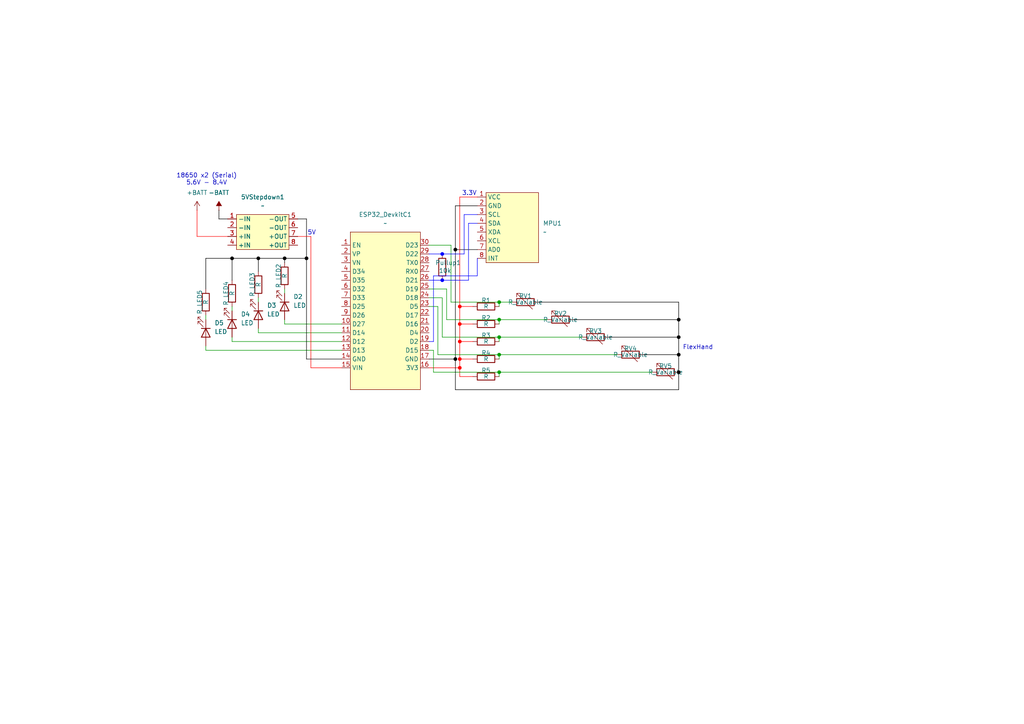
<source format=kicad_sch>
(kicad_sch
	(version 20250114)
	(generator "eeschema")
	(generator_version "9.0")
	(uuid "eea69c25-410c-47ae-acee-8fbd3fd445cd")
	(paper "A4")
	(lib_symbols
		(symbol "Device:LED"
			(pin_numbers
				(hide yes)
			)
			(pin_names
				(offset 1.016)
				(hide yes)
			)
			(exclude_from_sim no)
			(in_bom yes)
			(on_board yes)
			(property "Reference" "D"
				(at 0 2.54 0)
				(effects
					(font
						(size 1.27 1.27)
					)
				)
			)
			(property "Value" "LED"
				(at 0 -2.54 0)
				(effects
					(font
						(size 1.27 1.27)
					)
				)
			)
			(property "Footprint" ""
				(at 0 0 0)
				(effects
					(font
						(size 1.27 1.27)
					)
					(hide yes)
				)
			)
			(property "Datasheet" "~"
				(at 0 0 0)
				(effects
					(font
						(size 1.27 1.27)
					)
					(hide yes)
				)
			)
			(property "Description" "Light emitting diode"
				(at 0 0 0)
				(effects
					(font
						(size 1.27 1.27)
					)
					(hide yes)
				)
			)
			(property "Sim.Pins" "1=K 2=A"
				(at 0 0 0)
				(effects
					(font
						(size 1.27 1.27)
					)
					(hide yes)
				)
			)
			(property "ki_keywords" "LED diode"
				(at 0 0 0)
				(effects
					(font
						(size 1.27 1.27)
					)
					(hide yes)
				)
			)
			(property "ki_fp_filters" "LED* LED_SMD:* LED_THT:*"
				(at 0 0 0)
				(effects
					(font
						(size 1.27 1.27)
					)
					(hide yes)
				)
			)
			(symbol "LED_0_1"
				(polyline
					(pts
						(xy -3.048 -0.762) (xy -4.572 -2.286) (xy -3.81 -2.286) (xy -4.572 -2.286) (xy -4.572 -1.524)
					)
					(stroke
						(width 0)
						(type default)
					)
					(fill
						(type none)
					)
				)
				(polyline
					(pts
						(xy -1.778 -0.762) (xy -3.302 -2.286) (xy -2.54 -2.286) (xy -3.302 -2.286) (xy -3.302 -1.524)
					)
					(stroke
						(width 0)
						(type default)
					)
					(fill
						(type none)
					)
				)
				(polyline
					(pts
						(xy -1.27 0) (xy 1.27 0)
					)
					(stroke
						(width 0)
						(type default)
					)
					(fill
						(type none)
					)
				)
				(polyline
					(pts
						(xy -1.27 -1.27) (xy -1.27 1.27)
					)
					(stroke
						(width 0.254)
						(type default)
					)
					(fill
						(type none)
					)
				)
				(polyline
					(pts
						(xy 1.27 -1.27) (xy 1.27 1.27) (xy -1.27 0) (xy 1.27 -1.27)
					)
					(stroke
						(width 0.254)
						(type default)
					)
					(fill
						(type none)
					)
				)
			)
			(symbol "LED_1_1"
				(pin passive line
					(at -3.81 0 0)
					(length 2.54)
					(name "K"
						(effects
							(font
								(size 1.27 1.27)
							)
						)
					)
					(number "1"
						(effects
							(font
								(size 1.27 1.27)
							)
						)
					)
				)
				(pin passive line
					(at 3.81 0 180)
					(length 2.54)
					(name "A"
						(effects
							(font
								(size 1.27 1.27)
							)
						)
					)
					(number "2"
						(effects
							(font
								(size 1.27 1.27)
							)
						)
					)
				)
			)
			(embedded_fonts no)
		)
		(symbol "Device:R"
			(pin_numbers
				(hide yes)
			)
			(pin_names
				(offset 0)
			)
			(exclude_from_sim no)
			(in_bom yes)
			(on_board yes)
			(property "Reference" "R"
				(at 2.032 0 90)
				(effects
					(font
						(size 1.27 1.27)
					)
				)
			)
			(property "Value" "R"
				(at 0 0 90)
				(effects
					(font
						(size 1.27 1.27)
					)
				)
			)
			(property "Footprint" ""
				(at -1.778 0 90)
				(effects
					(font
						(size 1.27 1.27)
					)
					(hide yes)
				)
			)
			(property "Datasheet" "~"
				(at 0 0 0)
				(effects
					(font
						(size 1.27 1.27)
					)
					(hide yes)
				)
			)
			(property "Description" "Resistor"
				(at 0 0 0)
				(effects
					(font
						(size 1.27 1.27)
					)
					(hide yes)
				)
			)
			(property "ki_keywords" "R res resistor"
				(at 0 0 0)
				(effects
					(font
						(size 1.27 1.27)
					)
					(hide yes)
				)
			)
			(property "ki_fp_filters" "R_*"
				(at 0 0 0)
				(effects
					(font
						(size 1.27 1.27)
					)
					(hide yes)
				)
			)
			(symbol "R_0_1"
				(rectangle
					(start -1.016 -2.54)
					(end 1.016 2.54)
					(stroke
						(width 0.254)
						(type default)
					)
					(fill
						(type none)
					)
				)
			)
			(symbol "R_1_1"
				(pin passive line
					(at 0 3.81 270)
					(length 1.27)
					(name "~"
						(effects
							(font
								(size 1.27 1.27)
							)
						)
					)
					(number "1"
						(effects
							(font
								(size 1.27 1.27)
							)
						)
					)
				)
				(pin passive line
					(at 0 -3.81 90)
					(length 1.27)
					(name "~"
						(effects
							(font
								(size 1.27 1.27)
							)
						)
					)
					(number "2"
						(effects
							(font
								(size 1.27 1.27)
							)
						)
					)
				)
			)
			(embedded_fonts no)
		)
		(symbol "Device:R_Variable"
			(pin_numbers
				(hide yes)
			)
			(pin_names
				(offset 0)
			)
			(exclude_from_sim no)
			(in_bom yes)
			(on_board yes)
			(property "Reference" "R"
				(at 2.54 -2.54 90)
				(effects
					(font
						(size 1.27 1.27)
					)
					(justify left)
				)
			)
			(property "Value" "R_Variable"
				(at -2.54 -1.27 90)
				(effects
					(font
						(size 1.27 1.27)
					)
					(justify left)
				)
			)
			(property "Footprint" ""
				(at -1.778 0 90)
				(effects
					(font
						(size 1.27 1.27)
					)
					(hide yes)
				)
			)
			(property "Datasheet" "~"
				(at 0 0 0)
				(effects
					(font
						(size 1.27 1.27)
					)
					(hide yes)
				)
			)
			(property "Description" "Variable resistor"
				(at 0 0 0)
				(effects
					(font
						(size 1.27 1.27)
					)
					(hide yes)
				)
			)
			(property "ki_keywords" "R res resistor variable potentiometer rheostat"
				(at 0 0 0)
				(effects
					(font
						(size 1.27 1.27)
					)
					(hide yes)
				)
			)
			(property "ki_fp_filters" "R_*"
				(at 0 0 0)
				(effects
					(font
						(size 1.27 1.27)
					)
					(hide yes)
				)
			)
			(symbol "R_Variable_0_1"
				(rectangle
					(start -1.016 -2.54)
					(end 1.016 2.54)
					(stroke
						(width 0.254)
						(type default)
					)
					(fill
						(type none)
					)
				)
				(polyline
					(pts
						(xy 2.54 1.524) (xy 2.54 2.54) (xy 1.524 2.54) (xy 2.54 2.54) (xy -2.032 -2.032)
					)
					(stroke
						(width 0)
						(type default)
					)
					(fill
						(type none)
					)
				)
			)
			(symbol "R_Variable_1_1"
				(pin passive line
					(at 0 3.81 270)
					(length 1.27)
					(name "~"
						(effects
							(font
								(size 1.27 1.27)
							)
						)
					)
					(number "1"
						(effects
							(font
								(size 1.27 1.27)
							)
						)
					)
				)
				(pin passive line
					(at 0 -3.81 90)
					(length 1.27)
					(name "~"
						(effects
							(font
								(size 1.27 1.27)
							)
						)
					)
					(number "2"
						(effects
							(font
								(size 1.27 1.27)
							)
						)
					)
				)
			)
			(embedded_fonts no)
		)
		(symbol "GY-521:ESP32_DevkitC"
			(exclude_from_sim no)
			(in_bom yes)
			(on_board yes)
			(property "Reference" "ESP32_DevkitC"
				(at 0 -13.97 0)
				(effects
					(font
						(size 1.27 1.27)
					)
				)
			)
			(property "Value" ""
				(at 0 0 0)
				(effects
					(font
						(size 1.27 1.27)
					)
				)
			)
			(property "Footprint" ""
				(at 0 0 0)
				(effects
					(font
						(size 1.27 1.27)
					)
					(hide yes)
				)
			)
			(property "Datasheet" ""
				(at 0 0 0)
				(effects
					(font
						(size 1.27 1.27)
					)
					(hide yes)
				)
			)
			(property "Description" ""
				(at 0 0 0)
				(effects
					(font
						(size 1.27 1.27)
					)
					(hide yes)
				)
			)
			(symbol "ESP32_DevkitC_1_1"
				(rectangle
					(start -10.16 29.21)
					(end 10.16 -16.51)
					(stroke
						(width 0)
						(type solid)
					)
					(fill
						(type background)
					)
				)
				(pin bidirectional line
					(at -12.7 25.4 0)
					(length 2.54)
					(name "EN"
						(effects
							(font
								(size 1.27 1.27)
							)
						)
					)
					(number "1"
						(effects
							(font
								(size 1.27 1.27)
							)
						)
					)
				)
				(pin bidirectional line
					(at -12.7 22.86 0)
					(length 2.54)
					(name "VP"
						(effects
							(font
								(size 1.27 1.27)
							)
						)
					)
					(number "2"
						(effects
							(font
								(size 1.27 1.27)
							)
						)
					)
				)
				(pin bidirectional line
					(at -12.7 20.32 0)
					(length 2.54)
					(name "VN"
						(effects
							(font
								(size 1.27 1.27)
							)
						)
					)
					(number "3"
						(effects
							(font
								(size 1.27 1.27)
							)
						)
					)
				)
				(pin bidirectional line
					(at -12.7 17.78 0)
					(length 2.54)
					(name "D34"
						(effects
							(font
								(size 1.27 1.27)
							)
						)
					)
					(number "4"
						(effects
							(font
								(size 1.27 1.27)
							)
						)
					)
				)
				(pin bidirectional line
					(at -12.7 15.24 0)
					(length 2.54)
					(name "D35"
						(effects
							(font
								(size 1.27 1.27)
							)
						)
					)
					(number "5"
						(effects
							(font
								(size 1.27 1.27)
							)
						)
					)
				)
				(pin bidirectional line
					(at -12.7 12.7 0)
					(length 2.54)
					(name "D32"
						(effects
							(font
								(size 1.27 1.27)
							)
						)
					)
					(number "6"
						(effects
							(font
								(size 1.27 1.27)
							)
						)
					)
				)
				(pin bidirectional line
					(at -12.7 10.16 0)
					(length 2.54)
					(name "D33"
						(effects
							(font
								(size 1.27 1.27)
							)
						)
					)
					(number "7"
						(effects
							(font
								(size 1.27 1.27)
							)
						)
					)
				)
				(pin bidirectional line
					(at -12.7 7.62 0)
					(length 2.54)
					(name "D25"
						(effects
							(font
								(size 1.27 1.27)
							)
						)
					)
					(number "8"
						(effects
							(font
								(size 1.27 1.27)
							)
						)
					)
				)
				(pin bidirectional line
					(at -12.7 5.08 0)
					(length 2.54)
					(name "D26"
						(effects
							(font
								(size 1.27 1.27)
							)
						)
					)
					(number "9"
						(effects
							(font
								(size 1.27 1.27)
							)
						)
					)
				)
				(pin bidirectional line
					(at -12.7 2.54 0)
					(length 2.54)
					(name "D27"
						(effects
							(font
								(size 1.27 1.27)
							)
						)
					)
					(number "10"
						(effects
							(font
								(size 1.27 1.27)
							)
						)
					)
				)
				(pin bidirectional line
					(at -12.7 0 0)
					(length 2.54)
					(name "D14"
						(effects
							(font
								(size 1.27 1.27)
							)
						)
					)
					(number "11"
						(effects
							(font
								(size 1.27 1.27)
							)
						)
					)
				)
				(pin bidirectional line
					(at -12.7 -2.54 0)
					(length 2.54)
					(name "D12"
						(effects
							(font
								(size 1.27 1.27)
							)
						)
					)
					(number "12"
						(effects
							(font
								(size 1.27 1.27)
							)
						)
					)
				)
				(pin bidirectional line
					(at -12.7 -5.08 0)
					(length 2.54)
					(name "D13"
						(effects
							(font
								(size 1.27 1.27)
							)
						)
					)
					(number "13"
						(effects
							(font
								(size 1.27 1.27)
							)
						)
					)
				)
				(pin bidirectional line
					(at -12.7 -7.62 0)
					(length 2.54)
					(name "GND"
						(effects
							(font
								(size 1.27 1.27)
							)
						)
					)
					(number "14"
						(effects
							(font
								(size 1.27 1.27)
							)
						)
					)
				)
				(pin power_in line
					(at -12.7 -10.16 0)
					(length 2.54)
					(name "VIN"
						(effects
							(font
								(size 1.27 1.27)
							)
						)
					)
					(number "15"
						(effects
							(font
								(size 1.27 1.27)
							)
						)
					)
				)
				(pin bidirectional line
					(at 12.7 25.4 180)
					(length 2.54)
					(name "D23"
						(effects
							(font
								(size 1.27 1.27)
							)
						)
					)
					(number "30"
						(effects
							(font
								(size 1.27 1.27)
							)
						)
					)
				)
				(pin bidirectional line
					(at 12.7 22.86 180)
					(length 2.54)
					(name "D22"
						(effects
							(font
								(size 1.27 1.27)
							)
						)
					)
					(number "29"
						(effects
							(font
								(size 1.27 1.27)
							)
						)
					)
				)
				(pin bidirectional line
					(at 12.7 20.32 180)
					(length 2.54)
					(name "TX0"
						(effects
							(font
								(size 1.27 1.27)
							)
						)
					)
					(number "28"
						(effects
							(font
								(size 1.27 1.27)
							)
						)
					)
				)
				(pin bidirectional line
					(at 12.7 17.78 180)
					(length 2.54)
					(name "RX0"
						(effects
							(font
								(size 1.27 1.27)
							)
						)
					)
					(number "27"
						(effects
							(font
								(size 1.27 1.27)
							)
						)
					)
				)
				(pin bidirectional line
					(at 12.7 15.24 180)
					(length 2.54)
					(name "D21"
						(effects
							(font
								(size 1.27 1.27)
							)
						)
					)
					(number "26"
						(effects
							(font
								(size 1.27 1.27)
							)
						)
					)
				)
				(pin bidirectional line
					(at 12.7 12.7 180)
					(length 2.54)
					(name "D19"
						(effects
							(font
								(size 1.27 1.27)
							)
						)
					)
					(number "25"
						(effects
							(font
								(size 1.27 1.27)
							)
						)
					)
				)
				(pin bidirectional line
					(at 12.7 10.16 180)
					(length 2.54)
					(name "D18"
						(effects
							(font
								(size 1.27 1.27)
							)
						)
					)
					(number "24"
						(effects
							(font
								(size 1.27 1.27)
							)
						)
					)
				)
				(pin bidirectional line
					(at 12.7 7.62 180)
					(length 2.54)
					(name "D5"
						(effects
							(font
								(size 1.27 1.27)
							)
						)
					)
					(number "23"
						(effects
							(font
								(size 1.27 1.27)
							)
						)
					)
				)
				(pin bidirectional line
					(at 12.7 5.08 180)
					(length 2.54)
					(name "D17"
						(effects
							(font
								(size 1.27 1.27)
							)
						)
					)
					(number "22"
						(effects
							(font
								(size 1.27 1.27)
							)
						)
					)
				)
				(pin bidirectional line
					(at 12.7 2.54 180)
					(length 2.54)
					(name "D16"
						(effects
							(font
								(size 1.27 1.27)
							)
						)
					)
					(number "21"
						(effects
							(font
								(size 1.27 1.27)
							)
						)
					)
				)
				(pin bidirectional line
					(at 12.7 0 180)
					(length 2.54)
					(name "D4"
						(effects
							(font
								(size 1.27 1.27)
							)
						)
					)
					(number "20"
						(effects
							(font
								(size 1.27 1.27)
							)
						)
					)
				)
				(pin bidirectional line
					(at 12.7 -2.54 180)
					(length 2.54)
					(name "D2"
						(effects
							(font
								(size 1.27 1.27)
							)
						)
					)
					(number "19"
						(effects
							(font
								(size 1.27 1.27)
							)
						)
					)
				)
				(pin bidirectional line
					(at 12.7 -5.08 180)
					(length 2.54)
					(name "D15"
						(effects
							(font
								(size 1.27 1.27)
							)
						)
					)
					(number "18"
						(effects
							(font
								(size 1.27 1.27)
							)
						)
					)
				)
				(pin bidirectional line
					(at 12.7 -7.62 180)
					(length 2.54)
					(name "GND"
						(effects
							(font
								(size 1.27 1.27)
							)
						)
					)
					(number "17"
						(effects
							(font
								(size 1.27 1.27)
							)
						)
					)
				)
				(pin bidirectional line
					(at 12.7 -10.16 180)
					(length 2.54)
					(name "3V3"
						(effects
							(font
								(size 1.27 1.27)
							)
						)
					)
					(number "16"
						(effects
							(font
								(size 1.27 1.27)
							)
						)
					)
				)
			)
			(embedded_fonts no)
		)
		(symbol "GY-521:GY-521"
			(exclude_from_sim no)
			(in_bom yes)
			(on_board yes)
			(property "Reference" "MPU6050"
				(at 6.35 0 0)
				(effects
					(font
						(size 1.27 1.27)
					)
				)
			)
			(property "Value" ""
				(at 0 0 0)
				(effects
					(font
						(size 1.27 1.27)
					)
				)
			)
			(property "Footprint" ""
				(at 0 0 0)
				(effects
					(font
						(size 1.27 1.27)
					)
					(hide yes)
				)
			)
			(property "Datasheet" ""
				(at 0 0 0)
				(effects
					(font
						(size 1.27 1.27)
					)
					(hide yes)
				)
			)
			(property "Description" ""
				(at 0 0 0)
				(effects
					(font
						(size 1.27 1.27)
					)
					(hide yes)
				)
			)
			(symbol "GY-521_1_1"
				(rectangle
					(start -3.81 10.16)
					(end 11.43 -10.16)
					(stroke
						(width 0)
						(type solid)
					)
					(fill
						(type background)
					)
				)
				(pin power_in line
					(at -6.35 8.89 0)
					(length 2.54)
					(name "VCC"
						(effects
							(font
								(size 1.27 1.27)
							)
						)
					)
					(number "1"
						(effects
							(font
								(size 1.27 1.27)
							)
						)
					)
				)
				(pin power_in line
					(at -6.35 6.35 0)
					(length 2.54)
					(name "GND"
						(effects
							(font
								(size 1.27 1.27)
							)
						)
					)
					(number "2"
						(effects
							(font
								(size 1.27 1.27)
							)
						)
					)
				)
				(pin bidirectional line
					(at -6.35 3.81 0)
					(length 2.54)
					(name "SCL"
						(effects
							(font
								(size 1.27 1.27)
							)
						)
					)
					(number "3"
						(effects
							(font
								(size 1.27 1.27)
							)
						)
					)
				)
				(pin bidirectional line
					(at -6.35 1.27 0)
					(length 2.54)
					(name "SDA"
						(effects
							(font
								(size 1.27 1.27)
							)
						)
					)
					(number "4"
						(effects
							(font
								(size 1.27 1.27)
							)
						)
					)
				)
				(pin bidirectional line
					(at -6.35 -1.27 0)
					(length 2.54)
					(name "XDA"
						(effects
							(font
								(size 1.27 1.27)
							)
						)
					)
					(number "5"
						(effects
							(font
								(size 1.27 1.27)
							)
						)
					)
				)
				(pin bidirectional line
					(at -6.35 -3.81 0)
					(length 2.54)
					(name "XCL"
						(effects
							(font
								(size 1.27 1.27)
							)
						)
					)
					(number "6"
						(effects
							(font
								(size 1.27 1.27)
							)
						)
					)
				)
				(pin input line
					(at -6.35 -6.35 0)
					(length 2.54)
					(name "AD0"
						(effects
							(font
								(size 1.27 1.27)
							)
						)
					)
					(number "7"
						(effects
							(font
								(size 1.27 1.27)
							)
						)
					)
				)
				(pin bidirectional line
					(at -6.35 -8.89 0)
					(length 2.54)
					(name "INT"
						(effects
							(font
								(size 1.27 1.27)
							)
						)
					)
					(number "8"
						(effects
							(font
								(size 1.27 1.27)
							)
						)
					)
				)
			)
			(embedded_fonts no)
		)
		(symbol "GY-521:MP1584"
			(exclude_from_sim no)
			(in_bom yes)
			(on_board yes)
			(property "Reference" "5VStepdown"
				(at 0.254 6.35 0)
				(effects
					(font
						(size 1.27 1.27)
					)
				)
			)
			(property "Value" ""
				(at 0 0 0)
				(effects
					(font
						(size 1.27 1.27)
					)
				)
			)
			(property "Footprint" ""
				(at 0 0 0)
				(effects
					(font
						(size 1.27 1.27)
					)
					(hide yes)
				)
			)
			(property "Datasheet" ""
				(at 0 0 0)
				(effects
					(font
						(size 1.27 1.27)
					)
					(hide yes)
				)
			)
			(property "Description" ""
				(at 0 0 0)
				(effects
					(font
						(size 1.27 1.27)
					)
					(hide yes)
				)
			)
			(symbol "MP1584_1_1"
				(rectangle
					(start -7.62 5.08)
					(end 7.62 -5.08)
					(stroke
						(width 0)
						(type solid)
					)
					(fill
						(type background)
					)
				)
				(pin input line
					(at -10.16 3.81 0)
					(length 2.54)
					(name "-IN"
						(effects
							(font
								(size 1.27 1.27)
							)
						)
					)
					(number "1"
						(effects
							(font
								(size 1.27 1.27)
							)
						)
					)
				)
				(pin input line
					(at -10.16 1.27 0)
					(length 2.54)
					(name "-IN"
						(effects
							(font
								(size 1.27 1.27)
							)
						)
					)
					(number "2"
						(effects
							(font
								(size 1.27 1.27)
							)
						)
					)
				)
				(pin input line
					(at -10.16 -1.27 0)
					(length 2.54)
					(name "+IN"
						(effects
							(font
								(size 1.27 1.27)
							)
						)
					)
					(number "3"
						(effects
							(font
								(size 1.27 1.27)
							)
						)
					)
				)
				(pin input line
					(at -10.16 -3.81 0)
					(length 2.54)
					(name "+IN"
						(effects
							(font
								(size 1.27 1.27)
							)
						)
					)
					(number "4"
						(effects
							(font
								(size 1.27 1.27)
							)
						)
					)
				)
				(pin output line
					(at 10.16 3.81 180)
					(length 2.54)
					(name "-OUT"
						(effects
							(font
								(size 1.27 1.27)
							)
						)
					)
					(number "5"
						(effects
							(font
								(size 1.27 1.27)
							)
						)
					)
				)
				(pin output line
					(at 10.16 1.27 180)
					(length 2.54)
					(name "-OUT"
						(effects
							(font
								(size 1.27 1.27)
							)
						)
					)
					(number "6"
						(effects
							(font
								(size 1.27 1.27)
							)
						)
					)
				)
				(pin output line
					(at 10.16 -1.27 180)
					(length 2.54)
					(name "+OUT"
						(effects
							(font
								(size 1.27 1.27)
							)
						)
					)
					(number "7"
						(effects
							(font
								(size 1.27 1.27)
							)
						)
					)
				)
				(pin output line
					(at 10.16 -3.81 180)
					(length 2.54)
					(name "+OUT"
						(effects
							(font
								(size 1.27 1.27)
							)
						)
					)
					(number "8"
						(effects
							(font
								(size 1.27 1.27)
							)
						)
					)
				)
			)
			(embedded_fonts no)
		)
		(symbol "power:+BATT"
			(power)
			(pin_numbers
				(hide yes)
			)
			(pin_names
				(offset 0)
				(hide yes)
			)
			(exclude_from_sim no)
			(in_bom yes)
			(on_board yes)
			(property "Reference" "#PWR"
				(at 0 -3.81 0)
				(effects
					(font
						(size 1.27 1.27)
					)
					(hide yes)
				)
			)
			(property "Value" "+BATT"
				(at 0 3.556 0)
				(effects
					(font
						(size 1.27 1.27)
					)
				)
			)
			(property "Footprint" ""
				(at 0 0 0)
				(effects
					(font
						(size 1.27 1.27)
					)
					(hide yes)
				)
			)
			(property "Datasheet" ""
				(at 0 0 0)
				(effects
					(font
						(size 1.27 1.27)
					)
					(hide yes)
				)
			)
			(property "Description" "Power symbol creates a global label with name \"+BATT\""
				(at 0 0 0)
				(effects
					(font
						(size 1.27 1.27)
					)
					(hide yes)
				)
			)
			(property "ki_keywords" "global power battery"
				(at 0 0 0)
				(effects
					(font
						(size 1.27 1.27)
					)
					(hide yes)
				)
			)
			(symbol "+BATT_0_1"
				(polyline
					(pts
						(xy -0.762 1.27) (xy 0 2.54)
					)
					(stroke
						(width 0)
						(type default)
					)
					(fill
						(type none)
					)
				)
				(polyline
					(pts
						(xy 0 2.54) (xy 0.762 1.27)
					)
					(stroke
						(width 0)
						(type default)
					)
					(fill
						(type none)
					)
				)
				(polyline
					(pts
						(xy 0 0) (xy 0 2.54)
					)
					(stroke
						(width 0)
						(type default)
					)
					(fill
						(type none)
					)
				)
			)
			(symbol "+BATT_1_1"
				(pin power_in line
					(at 0 0 90)
					(length 0)
					(name "~"
						(effects
							(font
								(size 1.27 1.27)
							)
						)
					)
					(number "1"
						(effects
							(font
								(size 1.27 1.27)
							)
						)
					)
				)
			)
			(embedded_fonts no)
		)
		(symbol "power:-BATT"
			(power)
			(pin_numbers
				(hide yes)
			)
			(pin_names
				(offset 0)
				(hide yes)
			)
			(exclude_from_sim no)
			(in_bom yes)
			(on_board yes)
			(property "Reference" "#PWR"
				(at 0 -3.81 0)
				(effects
					(font
						(size 1.27 1.27)
					)
					(hide yes)
				)
			)
			(property "Value" "-BATT"
				(at 0 3.556 0)
				(effects
					(font
						(size 1.27 1.27)
					)
				)
			)
			(property "Footprint" ""
				(at 0 0 0)
				(effects
					(font
						(size 1.27 1.27)
					)
					(hide yes)
				)
			)
			(property "Datasheet" ""
				(at 0 0 0)
				(effects
					(font
						(size 1.27 1.27)
					)
					(hide yes)
				)
			)
			(property "Description" "Power symbol creates a global label with name \"-BATT\""
				(at 0 0 0)
				(effects
					(font
						(size 1.27 1.27)
					)
					(hide yes)
				)
			)
			(property "ki_keywords" "global power battery"
				(at 0 0 0)
				(effects
					(font
						(size 1.27 1.27)
					)
					(hide yes)
				)
			)
			(symbol "-BATT_0_1"
				(polyline
					(pts
						(xy 0 0) (xy 0 2.54)
					)
					(stroke
						(width 0)
						(type default)
					)
					(fill
						(type none)
					)
				)
				(polyline
					(pts
						(xy 0.762 1.27) (xy -0.762 1.27) (xy 0 2.54) (xy 0.762 1.27)
					)
					(stroke
						(width 0)
						(type default)
					)
					(fill
						(type outline)
					)
				)
			)
			(symbol "-BATT_1_1"
				(pin power_in line
					(at 0 0 90)
					(length 0)
					(name "~"
						(effects
							(font
								(size 1.27 1.27)
							)
						)
					)
					(number "1"
						(effects
							(font
								(size 1.27 1.27)
							)
						)
					)
				)
			)
			(embedded_fonts no)
		)
	)
	(text "5V"
		(exclude_from_sim no)
		(at 90.424 67.564 0)
		(effects
			(font
				(size 1.27 1.27)
			)
		)
		(uuid "1ea41423-0bcf-47bc-b6a4-22b9972f2b0d")
	)
	(text "18650 x2 (Serial)\n5.6V - 8.4V"
		(exclude_from_sim no)
		(at 59.944 52.07 0)
		(effects
			(font
				(size 1.27 1.27)
			)
		)
		(uuid "3d255786-8633-40e9-9e99-bae4cc211b3b")
	)
	(text "3.3V"
		(exclude_from_sim no)
		(at 136.144 56.134 0)
		(effects
			(font
				(size 1.27 1.27)
			)
		)
		(uuid "55c2caa4-0ccb-4800-aa80-d8ecdc59f9c0")
	)
	(text "FlexHand"
		(exclude_from_sim no)
		(at 202.438 100.838 0)
		(effects
			(font
				(size 1.27 1.27)
			)
		)
		(uuid "921d3c46-960d-4a3f-a0bd-43575290e089")
	)
	(junction
		(at 74.93 74.93)
		(diameter 0)
		(color 0 0 0 1)
		(uuid "1b4d3410-9005-4b87-80cb-3221167f1ca7")
	)
	(junction
		(at 128.27 73.66)
		(diameter 0)
		(color 0 0 255 1)
		(uuid "1f5684dc-4edc-414e-b85f-481785830106")
	)
	(junction
		(at 196.85 92.71)
		(diameter 0)
		(color 0 0 0 1)
		(uuid "3b407973-e33f-4214-94b3-3b9fbc3b8494")
	)
	(junction
		(at 132.08 104.14)
		(diameter 0)
		(color 0 0 0 1)
		(uuid "3bb5fc82-a607-44cf-9d0c-170a93c3a62e")
	)
	(junction
		(at 196.85 97.79)
		(diameter 0)
		(color 0 0 0 1)
		(uuid "3d5c2b1c-69de-447a-be41-82f8a4bf304d")
	)
	(junction
		(at 144.78 107.95)
		(diameter 0)
		(color 0 0 0 0)
		(uuid "4cbfeee7-99c4-46df-9fdf-e3365f75195a")
	)
	(junction
		(at 133.35 93.98)
		(diameter 0)
		(color 255 0 0 1)
		(uuid "4df71072-b527-4ef1-a5ca-1f3a89e1665d")
	)
	(junction
		(at 196.85 107.95)
		(diameter 0)
		(color 0 0 0 1)
		(uuid "53ec5f73-d31f-4472-a584-89f807d4cb29")
	)
	(junction
		(at 133.35 99.06)
		(diameter 0)
		(color 255 0 0 1)
		(uuid "558f4fa7-75c2-4d05-8d21-0ae77d1bf6c3")
	)
	(junction
		(at 196.85 102.87)
		(diameter 0)
		(color 0 0 0 1)
		(uuid "5e912de7-a613-4251-83be-5d6d7d7a794a")
	)
	(junction
		(at 88.9 74.93)
		(diameter 0)
		(color 0 0 0 1)
		(uuid "5fc51ee1-8da8-4834-8058-767ac333eead")
	)
	(junction
		(at 133.35 104.14)
		(diameter 0)
		(color 255 0 0 1)
		(uuid "8fd7f3d7-69aa-4edd-acbc-3870bd754eb6")
	)
	(junction
		(at 132.08 72.39)
		(diameter 0)
		(color 0 0 0 1)
		(uuid "9a953694-8aaa-4ced-9b19-3fb0c8ddd786")
	)
	(junction
		(at 144.78 102.87)
		(diameter 0)
		(color 0 0 0 0)
		(uuid "a7d5f364-ea93-4aca-b5d3-6f6fa821bd42")
	)
	(junction
		(at 133.35 106.68)
		(diameter 0)
		(color 255 0 0 1)
		(uuid "a888edbf-7cb1-4b4e-a859-e85b57ac169e")
	)
	(junction
		(at 144.78 87.63)
		(diameter 0)
		(color 0 0 0 0)
		(uuid "a9cd80a5-89fc-4247-851b-ce41bcb2a395")
	)
	(junction
		(at 128.27 81.28)
		(diameter 0)
		(color 0 0 255 1)
		(uuid "b8ed17c0-28be-4899-a163-b9267988d3da")
	)
	(junction
		(at 133.35 88.9)
		(diameter 0)
		(color 255 0 0 1)
		(uuid "bf59cbe5-0991-4f72-9f62-a6ab7497bfed")
	)
	(junction
		(at 67.31 74.93)
		(diameter 0)
		(color 0 0 0 1)
		(uuid "c449282c-a7bb-49ff-8205-0747ed87be25")
	)
	(junction
		(at 144.78 92.71)
		(diameter 0)
		(color 0 0 0 0)
		(uuid "ca2cac25-4514-4a9c-9d47-f93ef0725d09")
	)
	(junction
		(at 82.55 74.93)
		(diameter 0)
		(color 0 0 0 1)
		(uuid "cd580885-8b31-4c69-99f9-4b703d2563cc")
	)
	(junction
		(at 144.78 97.79)
		(diameter 0)
		(color 0 0 0 0)
		(uuid "d7f09dfb-2d37-4016-817e-7d778f2ed339")
	)
	(wire
		(pts
			(xy 99.06 101.6) (xy 59.69 101.6)
		)
		(stroke
			(width 0)
			(type default)
		)
		(uuid "03a92159-c9f1-4e3b-9794-b30aa06e58f6")
	)
	(wire
		(pts
			(xy 133.35 106.68) (xy 133.35 109.22)
		)
		(stroke
			(width 0)
			(type default)
			(color 255 0 0 1)
		)
		(uuid "0546b082-a919-4f01-9385-ea11b21b3ac0")
	)
	(wire
		(pts
			(xy 88.9 104.14) (xy 99.06 104.14)
		)
		(stroke
			(width 0)
			(type default)
			(color 0 0 0 1)
		)
		(uuid "05d75f55-02ba-40ae-a27b-bdb76f740c21")
	)
	(wire
		(pts
			(xy 133.35 109.22) (xy 137.16 109.22)
		)
		(stroke
			(width 0)
			(type default)
			(color 255 0 0 1)
		)
		(uuid "0763c13e-09d0-4e91-b2da-ea407177d792")
	)
	(wire
		(pts
			(xy 128.27 97.79) (xy 144.78 97.79)
		)
		(stroke
			(width 0)
			(type default)
		)
		(uuid "0de0f552-d6a4-4c1b-b9c2-fd7888669d91")
	)
	(wire
		(pts
			(xy 176.53 97.79) (xy 196.85 97.79)
		)
		(stroke
			(width 0)
			(type default)
			(color 0 0 0 1)
		)
		(uuid "13f3dbcc-bb7e-424b-a93b-0a34a41e8255")
	)
	(wire
		(pts
			(xy 186.69 102.87) (xy 196.85 102.87)
		)
		(stroke
			(width 0)
			(type default)
			(color 0 0 0 1)
		)
		(uuid "1401a8e1-41dc-4e83-b3c0-3683f506df77")
	)
	(wire
		(pts
			(xy 133.35 99.06) (xy 137.16 99.06)
		)
		(stroke
			(width 0)
			(type default)
			(color 255 0 0 1)
		)
		(uuid "14056b92-5dd7-458d-a43e-84bf5067ecaa")
	)
	(wire
		(pts
			(xy 135.89 81.28) (xy 128.27 81.28)
		)
		(stroke
			(width 0)
			(type default)
			(color 0 0 255 1)
		)
		(uuid "14f97ad7-e4c8-4826-bb1f-8571eb14c50b")
	)
	(wire
		(pts
			(xy 156.21 87.63) (xy 196.85 87.63)
		)
		(stroke
			(width 0)
			(type default)
			(color 0 0 0 1)
		)
		(uuid "1f5d6c49-5f7f-46e8-b8fd-5dfa74c22cea")
	)
	(wire
		(pts
			(xy 144.78 107.95) (xy 189.23 107.95)
		)
		(stroke
			(width 0)
			(type default)
		)
		(uuid "1ffefcc0-05a7-4ac3-8dbb-c2419aec2046")
	)
	(wire
		(pts
			(xy 144.78 102.87) (xy 144.78 104.14)
		)
		(stroke
			(width 0)
			(type default)
		)
		(uuid "22205d54-5d42-441d-99cf-fff552690b2e")
	)
	(wire
		(pts
			(xy 133.35 57.15) (xy 138.43 57.15)
		)
		(stroke
			(width 0)
			(type default)
			(color 255 0 0 1)
		)
		(uuid "23a01176-3113-4762-ab1d-2401cec6e7f6")
	)
	(wire
		(pts
			(xy 67.31 74.93) (xy 74.93 74.93)
		)
		(stroke
			(width 0)
			(type default)
			(color 0 0 0 1)
		)
		(uuid "25839b9f-c7b7-4283-a3fd-375d3b07c6c9")
	)
	(wire
		(pts
			(xy 132.08 59.69) (xy 138.43 59.69)
		)
		(stroke
			(width 0)
			(type default)
			(color 0 0 0 1)
		)
		(uuid "291c5189-464f-42a7-8f13-3d9ea250394f")
	)
	(wire
		(pts
			(xy 138.43 74.93) (xy 138.43 80.01)
		)
		(stroke
			(width 0)
			(type default)
			(color 0 0 255 1)
		)
		(uuid "30d058d3-2c03-4d8d-a10c-9731a9617a5e")
	)
	(wire
		(pts
			(xy 128.27 86.36) (xy 128.27 97.79)
		)
		(stroke
			(width 0)
			(type default)
		)
		(uuid "32a8e08b-ed50-4a61-b01e-22e000712e99")
	)
	(wire
		(pts
			(xy 67.31 99.06) (xy 67.31 97.79)
		)
		(stroke
			(width 0)
			(type default)
		)
		(uuid "35da9ab0-1072-4c6a-a319-7c03a1dfeaa5")
	)
	(wire
		(pts
			(xy 132.08 113.03) (xy 196.85 113.03)
		)
		(stroke
			(width 0)
			(type default)
			(color 0 0 0 1)
		)
		(uuid "36722d22-8ca3-42e8-b9af-162b9dc6dd51")
	)
	(wire
		(pts
			(xy 196.85 107.95) (xy 196.85 102.87)
		)
		(stroke
			(width 0)
			(type default)
			(color 0 0 0 1)
		)
		(uuid "36af9138-1fd2-4051-adaa-ea39a6e50707")
	)
	(wire
		(pts
			(xy 124.46 71.12) (xy 130.81 71.12)
		)
		(stroke
			(width 0)
			(type default)
		)
		(uuid "36c326d0-6855-49ac-b502-8d2f8be85eed")
	)
	(wire
		(pts
			(xy 144.78 102.87) (xy 179.07 102.87)
		)
		(stroke
			(width 0)
			(type default)
		)
		(uuid "38d6432a-8d22-4615-8fb8-82d876ead4e3")
	)
	(wire
		(pts
			(xy 125.73 101.6) (xy 125.73 107.95)
		)
		(stroke
			(width 0)
			(type default)
		)
		(uuid "3c4a2876-39b0-4568-a44a-9d599de246c6")
	)
	(wire
		(pts
			(xy 86.36 68.58) (xy 90.17 68.58)
		)
		(stroke
			(width 0)
			(type default)
			(color 255 0 0 1)
		)
		(uuid "3d4d9a64-73b5-4f99-9deb-9d0e64d46645")
	)
	(wire
		(pts
			(xy 132.08 72.39) (xy 132.08 59.69)
		)
		(stroke
			(width 0)
			(type default)
			(color 0 0 0 1)
		)
		(uuid "400773dc-4779-428e-b73c-982acd1c5e3f")
	)
	(wire
		(pts
			(xy 124.46 88.9) (xy 127 88.9)
		)
		(stroke
			(width 0)
			(type default)
		)
		(uuid "4160cfcf-9dea-4675-a600-37d530b65dc4")
	)
	(wire
		(pts
			(xy 144.78 92.71) (xy 158.75 92.71)
		)
		(stroke
			(width 0)
			(type default)
		)
		(uuid "426b45c8-91ce-4416-862a-4626951ac595")
	)
	(wire
		(pts
			(xy 135.89 64.77) (xy 135.89 81.28)
		)
		(stroke
			(width 0)
			(type default)
			(color 0 0 255 1)
		)
		(uuid "445d08e6-a06f-4989-8228-54c4f940a1f2")
	)
	(wire
		(pts
			(xy 132.08 104.14) (xy 132.08 72.39)
		)
		(stroke
			(width 0)
			(type default)
			(color 0 0 0 1)
		)
		(uuid "465d566d-7d6c-40d0-aa5d-30cf33e57f96")
	)
	(wire
		(pts
			(xy 132.08 104.14) (xy 132.08 113.03)
		)
		(stroke
			(width 0)
			(type default)
			(color 0 0 0 1)
		)
		(uuid "4784aecf-4e91-4897-931c-fee5e66b933f")
	)
	(wire
		(pts
			(xy 124.46 106.68) (xy 133.35 106.68)
		)
		(stroke
			(width 0)
			(type default)
			(color 255 0 0 1)
		)
		(uuid "4e4f9010-c950-465b-8b54-60b7ba2600b5")
	)
	(wire
		(pts
			(xy 133.35 99.06) (xy 133.35 104.14)
		)
		(stroke
			(width 0)
			(type default)
			(color 255 0 0 1)
		)
		(uuid "4f216a1f-9014-4fdc-afeb-3edce3db2e21")
	)
	(wire
		(pts
			(xy 127 102.87) (xy 144.78 102.87)
		)
		(stroke
			(width 0)
			(type default)
		)
		(uuid "4f95fd5f-61ed-4950-be86-5d679d7c87cc")
	)
	(wire
		(pts
			(xy 138.43 62.23) (xy 134.62 62.23)
		)
		(stroke
			(width 0)
			(type default)
			(color 0 0 255 1)
		)
		(uuid "509aa628-836a-47dd-85b1-11ddf3e89430")
	)
	(wire
		(pts
			(xy 133.35 104.14) (xy 133.35 106.68)
		)
		(stroke
			(width 0)
			(type default)
			(color 255 0 0 1)
		)
		(uuid "50d573f4-c9b9-4138-8bbc-ed10adf54d39")
	)
	(wire
		(pts
			(xy 82.55 74.93) (xy 88.9 74.93)
		)
		(stroke
			(width 0)
			(type default)
			(color 0 0 0 1)
		)
		(uuid "55615738-38aa-4a17-818c-2dc89d5d0e60")
	)
	(wire
		(pts
			(xy 127 88.9) (xy 127 102.87)
		)
		(stroke
			(width 0)
			(type default)
		)
		(uuid "58f7c6d8-0a9e-429e-995f-7e8d452604e3")
	)
	(wire
		(pts
			(xy 74.93 74.93) (xy 82.55 74.93)
		)
		(stroke
			(width 0)
			(type default)
			(color 0 0 0 1)
		)
		(uuid "59833db0-b99f-48ec-bab9-4290b0578ea6")
	)
	(wire
		(pts
			(xy 133.35 88.9) (xy 137.16 88.9)
		)
		(stroke
			(width 0)
			(type default)
			(color 255 0 0 1)
		)
		(uuid "598e60a4-414d-45e1-9418-73765f22bbd0")
	)
	(wire
		(pts
			(xy 125.73 99.06) (xy 124.46 99.06)
		)
		(stroke
			(width 0)
			(type default)
			(color 0 0 255 1)
		)
		(uuid "5a1f362c-5e49-4ada-9e65-54a7b0e96370")
	)
	(wire
		(pts
			(xy 134.62 62.23) (xy 134.62 73.66)
		)
		(stroke
			(width 0)
			(type default)
			(color 0 0 255 1)
		)
		(uuid "5da8f4c7-4531-4fc5-a30a-2a7979559921")
	)
	(wire
		(pts
			(xy 59.69 91.44) (xy 59.69 92.71)
		)
		(stroke
			(width 0)
			(type default)
		)
		(uuid "604f4146-987d-441f-837d-73afe6006861")
	)
	(wire
		(pts
			(xy 144.78 87.63) (xy 148.59 87.63)
		)
		(stroke
			(width 0)
			(type default)
		)
		(uuid "61ab3d99-7044-4cc9-965c-a298e6de9440")
	)
	(wire
		(pts
			(xy 133.35 93.98) (xy 137.16 93.98)
		)
		(stroke
			(width 0)
			(type default)
			(color 255 0 0 1)
		)
		(uuid "6597402a-0d30-4e26-9530-64a47b92b540")
	)
	(wire
		(pts
			(xy 88.9 63.5) (xy 88.9 74.93)
		)
		(stroke
			(width 0)
			(type default)
			(color 0 0 0 1)
		)
		(uuid "6ab295ee-bc18-4aed-b781-273537580529")
	)
	(wire
		(pts
			(xy 99.06 96.52) (xy 74.93 96.52)
		)
		(stroke
			(width 0)
			(type default)
		)
		(uuid "6ae726b6-0947-47a3-8f57-4a729b7e714f")
	)
	(wire
		(pts
			(xy 129.54 83.82) (xy 129.54 92.71)
		)
		(stroke
			(width 0)
			(type default)
		)
		(uuid "6cb76eb9-531f-4978-8a75-feac87d4f231")
	)
	(wire
		(pts
			(xy 130.81 71.12) (xy 130.81 87.63)
		)
		(stroke
			(width 0)
			(type default)
		)
		(uuid "6d799e62-1165-4f7c-ba9e-e8860f1b3c55")
	)
	(wire
		(pts
			(xy 82.55 74.93) (xy 82.55 76.2)
		)
		(stroke
			(width 0)
			(type default)
			(color 0 0 0 1)
		)
		(uuid "6efe46de-f218-4941-9c9d-4d5f9253ccf0")
	)
	(wire
		(pts
			(xy 144.78 87.63) (xy 144.78 88.9)
		)
		(stroke
			(width 0)
			(type default)
		)
		(uuid "77d5daaf-cd75-4122-a260-b76848c066a3")
	)
	(wire
		(pts
			(xy 124.46 101.6) (xy 125.73 101.6)
		)
		(stroke
			(width 0)
			(type default)
		)
		(uuid "7eba8e49-d3a4-4568-b057-8bbd3c3aac3a")
	)
	(wire
		(pts
			(xy 144.78 92.71) (xy 144.78 93.98)
		)
		(stroke
			(width 0)
			(type default)
		)
		(uuid "889fcf31-f04a-4fba-8210-43e498d7e701")
	)
	(wire
		(pts
			(xy 74.93 86.36) (xy 74.93 87.63)
		)
		(stroke
			(width 0)
			(type default)
		)
		(uuid "8e4c0257-1e72-4948-adc2-7b12cd86b0a3")
	)
	(wire
		(pts
			(xy 90.17 68.58) (xy 90.17 106.68)
		)
		(stroke
			(width 0)
			(type default)
			(color 255 0 0 1)
		)
		(uuid "91a29ff7-91e5-4bf6-8b47-19528c746a98")
	)
	(wire
		(pts
			(xy 133.35 93.98) (xy 133.35 99.06)
		)
		(stroke
			(width 0)
			(type default)
			(color 255 0 0 1)
		)
		(uuid "92699f42-485b-4b53-ba5e-69be5c541aee")
	)
	(wire
		(pts
			(xy 125.73 107.95) (xy 144.78 107.95)
		)
		(stroke
			(width 0)
			(type default)
		)
		(uuid "9323e41b-c10b-4f8b-8ddd-17c5562be9d5")
	)
	(wire
		(pts
			(xy 144.78 107.95) (xy 144.78 109.22)
		)
		(stroke
			(width 0)
			(type default)
		)
		(uuid "9a3a9be5-ed92-4029-ac07-863864e858cc")
	)
	(wire
		(pts
			(xy 132.08 104.14) (xy 124.46 104.14)
		)
		(stroke
			(width 0)
			(type default)
			(color 0 0 0 1)
		)
		(uuid "9aa2f846-f40a-4669-9e03-2e9af30f6045")
	)
	(wire
		(pts
			(xy 134.62 73.66) (xy 128.27 73.66)
		)
		(stroke
			(width 0)
			(type default)
			(color 0 0 255 1)
		)
		(uuid "9b68a458-ea1d-45ea-8844-cab4ef4c47a8")
	)
	(wire
		(pts
			(xy 130.81 87.63) (xy 144.78 87.63)
		)
		(stroke
			(width 0)
			(type default)
		)
		(uuid "9b7bb701-235f-464e-8502-1821acb96e70")
	)
	(wire
		(pts
			(xy 125.73 80.01) (xy 125.73 99.06)
		)
		(stroke
			(width 0)
			(type default)
			(color 0 0 255 1)
		)
		(uuid "9b913ce3-09b7-4716-8084-3bd15e3e1494")
	)
	(wire
		(pts
			(xy 129.54 92.71) (xy 144.78 92.71)
		)
		(stroke
			(width 0)
			(type default)
		)
		(uuid "9d2bfc63-27fe-45ba-a850-1eae04ff4d48")
	)
	(wire
		(pts
			(xy 88.9 74.93) (xy 88.9 104.14)
		)
		(stroke
			(width 0)
			(type default)
			(color 0 0 0 1)
		)
		(uuid "a0ec7a93-df85-45a0-b894-28cc9c6486d0")
	)
	(wire
		(pts
			(xy 57.15 68.58) (xy 66.04 68.58)
		)
		(stroke
			(width 0)
			(type default)
			(color 255 0 0 1)
		)
		(uuid "a4696a35-ee45-4248-bd28-17f270a61b0b")
	)
	(wire
		(pts
			(xy 196.85 113.03) (xy 196.85 107.95)
		)
		(stroke
			(width 0)
			(type default)
			(color 0 0 0 1)
		)
		(uuid "a85eb655-6de6-4727-b2c3-3a3e1f5a46c3")
	)
	(wire
		(pts
			(xy 133.35 88.9) (xy 133.35 57.15)
		)
		(stroke
			(width 0)
			(type default)
			(color 255 0 0 1)
		)
		(uuid "a92bf238-8b32-490d-aa9e-3106e06cbe0c")
	)
	(wire
		(pts
			(xy 133.35 104.14) (xy 137.16 104.14)
		)
		(stroke
			(width 0)
			(type default)
			(color 255 0 0 1)
		)
		(uuid "ab14a3f5-574a-47c6-aa25-61a716806e29")
	)
	(wire
		(pts
			(xy 59.69 101.6) (xy 59.69 100.33)
		)
		(stroke
			(width 0)
			(type default)
		)
		(uuid "abf63b19-ae3d-466f-820f-aa48ab985ec1")
	)
	(wire
		(pts
			(xy 132.08 72.39) (xy 138.43 72.39)
		)
		(stroke
			(width 0)
			(type default)
			(color 0 0 0 1)
		)
		(uuid "afca1b0d-23b5-4e94-a337-377a508fcf04")
	)
	(wire
		(pts
			(xy 90.17 106.68) (xy 99.06 106.68)
		)
		(stroke
			(width 0)
			(type default)
			(color 255 0 0 1)
		)
		(uuid "b05cd765-bae7-4461-a953-e27d6b82536b")
	)
	(wire
		(pts
			(xy 128.27 81.28) (xy 124.46 81.28)
		)
		(stroke
			(width 0)
			(type default)
			(color 0 0 255 1)
		)
		(uuid "b27a611f-6d03-4279-96d8-be89e5ea5207")
	)
	(wire
		(pts
			(xy 196.85 92.71) (xy 196.85 87.63)
		)
		(stroke
			(width 0)
			(type default)
			(color 0 0 0 1)
		)
		(uuid "b34f7487-55ca-4d5c-afb1-a48abe0e7481")
	)
	(wire
		(pts
			(xy 74.93 74.93) (xy 74.93 78.74)
		)
		(stroke
			(width 0)
			(type default)
			(color 0 0 0 1)
		)
		(uuid "b7bb5986-b95e-405b-93c1-b2147f9a7d3e")
	)
	(wire
		(pts
			(xy 138.43 64.77) (xy 135.89 64.77)
		)
		(stroke
			(width 0)
			(type default)
			(color 0 0 255 1)
		)
		(uuid "bc8a82cd-0ff3-4ab9-8771-3f3bd3c35da4")
	)
	(wire
		(pts
			(xy 196.85 102.87) (xy 196.85 97.79)
		)
		(stroke
			(width 0)
			(type default)
			(color 0 0 0 1)
		)
		(uuid "beffeb3b-7295-4cdf-a629-bd1ee15717d8")
	)
	(wire
		(pts
			(xy 166.37 92.71) (xy 196.85 92.71)
		)
		(stroke
			(width 0)
			(type default)
			(color 0 0 0 1)
		)
		(uuid "c5bc5180-9606-439d-92f7-24c16b61e95e")
	)
	(wire
		(pts
			(xy 128.27 73.66) (xy 124.46 73.66)
		)
		(stroke
			(width 0)
			(type default)
			(color 0 0 255 1)
		)
		(uuid "cc36af73-518b-4602-98e4-b80ffdc132a7")
	)
	(wire
		(pts
			(xy 99.06 93.98) (xy 82.55 93.98)
		)
		(stroke
			(width 0)
			(type default)
		)
		(uuid "d223fcc5-2f6b-466c-b7f7-f621c90682eb")
	)
	(wire
		(pts
			(xy 59.69 74.93) (xy 67.31 74.93)
		)
		(stroke
			(width 0)
			(type default)
			(color 0 0 0 1)
		)
		(uuid "d92d4571-6271-4528-a803-17b6c58dd6d6")
	)
	(wire
		(pts
			(xy 144.78 97.79) (xy 168.91 97.79)
		)
		(stroke
			(width 0)
			(type default)
		)
		(uuid "d9b1159b-f64e-431f-ba50-14ca4a9e0fde")
	)
	(wire
		(pts
			(xy 138.43 80.01) (xy 125.73 80.01)
		)
		(stroke
			(width 0)
			(type default)
			(color 0 0 255 1)
		)
		(uuid "da45b429-6f29-44f3-95f2-90ef82fc1b20")
	)
	(wire
		(pts
			(xy 86.36 63.5) (xy 88.9 63.5)
		)
		(stroke
			(width 0)
			(type default)
			(color 0 0 0 1)
		)
		(uuid "ddedc5fe-1e40-4d35-8ced-ecd9aafbce0d")
	)
	(wire
		(pts
			(xy 74.93 96.52) (xy 74.93 95.25)
		)
		(stroke
			(width 0)
			(type default)
		)
		(uuid "deb171bd-335a-49da-bea7-4808385f10ab")
	)
	(wire
		(pts
			(xy 63.5 60.96) (xy 63.5 63.5)
		)
		(stroke
			(width 0)
			(type default)
			(color 0 0 0 1)
		)
		(uuid "dec69242-9615-4248-ac8f-1c1470097be7")
	)
	(wire
		(pts
			(xy 144.78 97.79) (xy 144.78 99.06)
		)
		(stroke
			(width 0)
			(type default)
		)
		(uuid "def3602b-bc7e-40eb-95c6-f096d0f0bcbc")
	)
	(wire
		(pts
			(xy 124.46 83.82) (xy 129.54 83.82)
		)
		(stroke
			(width 0)
			(type default)
		)
		(uuid "dfef3cd8-7e52-4135-9bb3-648dd3141a5c")
	)
	(wire
		(pts
			(xy 133.35 88.9) (xy 133.35 93.98)
		)
		(stroke
			(width 0)
			(type default)
			(color 255 0 0 1)
		)
		(uuid "e166f18f-e991-4762-9c9a-8f2b781eee7e")
	)
	(wire
		(pts
			(xy 82.55 93.98) (xy 82.55 92.71)
		)
		(stroke
			(width 0)
			(type default)
		)
		(uuid "e2a9ce22-fada-4900-8b5b-bb8ecc5b4f32")
	)
	(wire
		(pts
			(xy 67.31 74.93) (xy 67.31 81.28)
		)
		(stroke
			(width 0)
			(type default)
			(color 0 0 0 1)
		)
		(uuid "e3449408-c17a-4e34-bc30-def9d4242b68")
	)
	(wire
		(pts
			(xy 63.5 63.5) (xy 66.04 63.5)
		)
		(stroke
			(width 0)
			(type default)
			(color 0 0 0 1)
		)
		(uuid "e46dc84f-873f-4893-8b4b-84aaf827385a")
	)
	(wire
		(pts
			(xy 67.31 88.9) (xy 67.31 90.17)
		)
		(stroke
			(width 0)
			(type default)
		)
		(uuid "e9407463-fd33-4830-8a7d-dd6a1243e3ac")
	)
	(wire
		(pts
			(xy 57.15 60.96) (xy 57.15 68.58)
		)
		(stroke
			(width 0)
			(type default)
			(color 255 0 0 1)
		)
		(uuid "f8a3c13e-c71d-4a86-b5f3-3ccba1fba52c")
	)
	(wire
		(pts
			(xy 59.69 74.93) (xy 59.69 83.82)
		)
		(stroke
			(width 0)
			(type default)
			(color 0 0 0 1)
		)
		(uuid "fa481dff-1e1c-441b-845c-f01a1f84357a")
	)
	(wire
		(pts
			(xy 124.46 86.36) (xy 128.27 86.36)
		)
		(stroke
			(width 0)
			(type default)
		)
		(uuid "fb233130-dd06-453b-b387-eaa159536b3c")
	)
	(wire
		(pts
			(xy 196.85 97.79) (xy 196.85 92.71)
		)
		(stroke
			(width 0)
			(type default)
			(color 0 0 0 1)
		)
		(uuid "fbc137c9-f708-4f0f-897d-cc9aa7295bb6")
	)
	(wire
		(pts
			(xy 82.55 83.82) (xy 82.55 85.09)
		)
		(stroke
			(width 0)
			(type default)
		)
		(uuid "fd10ad8f-051b-4c27-915b-2325fc5fbc07")
	)
	(wire
		(pts
			(xy 99.06 99.06) (xy 67.31 99.06)
		)
		(stroke
			(width 0)
			(type default)
		)
		(uuid "fe6aac9a-361f-45c2-ac2b-c5634aa33fd3")
	)
	(symbol
		(lib_id "Device:R")
		(at 140.97 109.22 90)
		(unit 1)
		(exclude_from_sim no)
		(in_bom yes)
		(on_board yes)
		(dnp no)
		(uuid "021a385c-d83d-4584-81be-9505a82c9515")
		(property "Reference" "R5"
			(at 140.97 107.442 90)
			(effects
				(font
					(size 1.27 1.27)
				)
			)
		)
		(property "Value" "R"
			(at 140.97 109.22 90)
			(effects
				(font
					(size 1.27 1.27)
				)
			)
		)
		(property "Footprint" "Resistor_THT:R_Axial_DIN0207_L6.3mm_D2.5mm_P2.54mm_Vertical"
			(at 140.97 110.998 90)
			(effects
				(font
					(size 1.27 1.27)
				)
				(hide yes)
			)
		)
		(property "Datasheet" "~"
			(at 140.97 109.22 0)
			(effects
				(font
					(size 1.27 1.27)
				)
				(hide yes)
			)
		)
		(property "Description" "Resistor"
			(at 140.97 109.22 0)
			(effects
				(font
					(size 1.27 1.27)
				)
				(hide yes)
			)
		)
		(pin "1"
			(uuid "1d4797e1-3905-4177-b9e2-50034aa9768b")
		)
		(pin "2"
			(uuid "81c2fced-98ef-4400-8d4e-d704816bde21")
		)
		(instances
			(project "espCon_main"
				(path "/eea69c25-410c-47ae-acee-8fbd3fd445cd"
					(reference "R5")
					(unit 1)
				)
			)
		)
	)
	(symbol
		(lib_id "Device:R")
		(at 140.97 99.06 90)
		(unit 1)
		(exclude_from_sim no)
		(in_bom yes)
		(on_board yes)
		(dnp no)
		(uuid "074fa2e0-5afa-4997-8225-828c751f73d6")
		(property "Reference" "R3"
			(at 140.97 97.282 90)
			(effects
				(font
					(size 1.27 1.27)
				)
			)
		)
		(property "Value" "R"
			(at 140.97 99.06 90)
			(effects
				(font
					(size 1.27 1.27)
				)
			)
		)
		(property "Footprint" "Resistor_THT:R_Axial_DIN0207_L6.3mm_D2.5mm_P2.54mm_Vertical"
			(at 140.97 100.838 90)
			(effects
				(font
					(size 1.27 1.27)
				)
				(hide yes)
			)
		)
		(property "Datasheet" "~"
			(at 140.97 99.06 0)
			(effects
				(font
					(size 1.27 1.27)
				)
				(hide yes)
			)
		)
		(property "Description" "Resistor"
			(at 140.97 99.06 0)
			(effects
				(font
					(size 1.27 1.27)
				)
				(hide yes)
			)
		)
		(pin "1"
			(uuid "3155b8b4-d861-439e-8087-ecb4320cfee1")
		)
		(pin "2"
			(uuid "fe590160-3321-4ea4-bea1-cfbc8b028415")
		)
		(instances
			(project "espCon_main"
				(path "/eea69c25-410c-47ae-acee-8fbd3fd445cd"
					(reference "R3")
					(unit 1)
				)
			)
		)
	)
	(symbol
		(lib_id "power:-BATT")
		(at 63.5 60.96 0)
		(unit 1)
		(exclude_from_sim no)
		(in_bom yes)
		(on_board yes)
		(dnp no)
		(fields_autoplaced yes)
		(uuid "0d865540-7e1f-463b-bd55-a91560396de2")
		(property "Reference" "#PWR02"
			(at 63.5 64.77 0)
			(effects
				(font
					(size 1.27 1.27)
				)
				(hide yes)
			)
		)
		(property "Value" "-BATT"
			(at 63.5 55.88 0)
			(effects
				(font
					(size 1.27 1.27)
				)
			)
		)
		(property "Footprint" ""
			(at 63.5 60.96 0)
			(effects
				(font
					(size 1.27 1.27)
				)
				(hide yes)
			)
		)
		(property "Datasheet" ""
			(at 63.5 60.96 0)
			(effects
				(font
					(size 1.27 1.27)
				)
				(hide yes)
			)
		)
		(property "Description" "Power symbol creates a global label with name \"-BATT\""
			(at 63.5 60.96 0)
			(effects
				(font
					(size 1.27 1.27)
				)
				(hide yes)
			)
		)
		(pin "1"
			(uuid "d31d8979-fcbf-4470-8a2e-d57e804091ec")
		)
		(instances
			(project ""
				(path "/eea69c25-410c-47ae-acee-8fbd3fd445cd"
					(reference "#PWR02")
					(unit 1)
				)
			)
		)
	)
	(symbol
		(lib_id "power:+BATT")
		(at 57.15 60.96 0)
		(unit 1)
		(exclude_from_sim no)
		(in_bom yes)
		(on_board yes)
		(dnp no)
		(fields_autoplaced yes)
		(uuid "2d58e5d5-8575-41e6-bd38-0fe514d81570")
		(property "Reference" "#PWR01"
			(at 57.15 64.77 0)
			(effects
				(font
					(size 1.27 1.27)
				)
				(hide yes)
			)
		)
		(property "Value" "+BATT"
			(at 57.15 55.88 0)
			(effects
				(font
					(size 1.27 1.27)
				)
			)
		)
		(property "Footprint" ""
			(at 57.15 60.96 0)
			(effects
				(font
					(size 1.27 1.27)
				)
				(hide yes)
			)
		)
		(property "Datasheet" ""
			(at 57.15 60.96 0)
			(effects
				(font
					(size 1.27 1.27)
				)
				(hide yes)
			)
		)
		(property "Description" "Power symbol creates a global label with name \"+BATT\""
			(at 57.15 60.96 0)
			(effects
				(font
					(size 1.27 1.27)
				)
				(hide yes)
			)
		)
		(pin "1"
			(uuid "d7882dab-3fa2-40cb-9e13-8fb002aac11b")
		)
		(instances
			(project ""
				(path "/eea69c25-410c-47ae-acee-8fbd3fd445cd"
					(reference "#PWR01")
					(unit 1)
				)
			)
		)
	)
	(symbol
		(lib_id "Device:LED")
		(at 59.69 96.52 270)
		(unit 1)
		(exclude_from_sim no)
		(in_bom yes)
		(on_board yes)
		(dnp no)
		(fields_autoplaced yes)
		(uuid "372ec083-789b-43dd-9332-46c78a60ee84")
		(property "Reference" "D5"
			(at 62.23 93.6624 90)
			(effects
				(font
					(size 1.27 1.27)
				)
				(justify left)
			)
		)
		(property "Value" "LED"
			(at 62.23 96.2024 90)
			(effects
				(font
					(size 1.27 1.27)
				)
				(justify left)
			)
		)
		(property "Footprint" "LED_THT:LED_D1.8mm_W1.8mm_H2.4mm_Horizontal_O1.27mm_Z1.6mm"
			(at 59.69 96.52 0)
			(effects
				(font
					(size 1.27 1.27)
				)
				(hide yes)
			)
		)
		(property "Datasheet" "~"
			(at 59.69 96.52 0)
			(effects
				(font
					(size 1.27 1.27)
				)
				(hide yes)
			)
		)
		(property "Description" "Light emitting diode"
			(at 59.69 96.52 0)
			(effects
				(font
					(size 1.27 1.27)
				)
				(hide yes)
			)
		)
		(property "Sim.Pins" "1=K 2=A"
			(at 59.69 96.52 0)
			(effects
				(font
					(size 1.27 1.27)
				)
				(hide yes)
			)
		)
		(pin "1"
			(uuid "5e4f0488-7eef-4cc6-9db3-ddd6316c20d2")
		)
		(pin "2"
			(uuid "f005098a-a60d-45fd-9dce-3f8cb9c60c6e")
		)
		(instances
			(project "espCon_main"
				(path "/eea69c25-410c-47ae-acee-8fbd3fd445cd"
					(reference "D5")
					(unit 1)
				)
			)
		)
	)
	(symbol
		(lib_id "Device:R")
		(at 140.97 104.14 90)
		(unit 1)
		(exclude_from_sim no)
		(in_bom yes)
		(on_board yes)
		(dnp no)
		(uuid "59650b0b-1fc7-463a-b7f4-2baa689c5e0a")
		(property "Reference" "R4"
			(at 140.97 102.362 90)
			(effects
				(font
					(size 1.27 1.27)
				)
			)
		)
		(property "Value" "R"
			(at 140.97 104.14 90)
			(effects
				(font
					(size 1.27 1.27)
				)
			)
		)
		(property "Footprint" "Resistor_THT:R_Axial_DIN0207_L6.3mm_D2.5mm_P2.54mm_Vertical"
			(at 140.97 105.918 90)
			(effects
				(font
					(size 1.27 1.27)
				)
				(hide yes)
			)
		)
		(property "Datasheet" "~"
			(at 140.97 104.14 0)
			(effects
				(font
					(size 1.27 1.27)
				)
				(hide yes)
			)
		)
		(property "Description" "Resistor"
			(at 140.97 104.14 0)
			(effects
				(font
					(size 1.27 1.27)
				)
				(hide yes)
			)
		)
		(pin "1"
			(uuid "e5e6f059-5284-4633-812e-17e713361a32")
		)
		(pin "2"
			(uuid "cd39934f-a5c3-425b-893e-66566391355b")
		)
		(instances
			(project "espCon_main"
				(path "/eea69c25-410c-47ae-acee-8fbd3fd445cd"
					(reference "R4")
					(unit 1)
				)
			)
		)
	)
	(symbol
		(lib_id "GY-521:ESP32_DevkitC")
		(at 111.76 96.52 0)
		(unit 1)
		(exclude_from_sim no)
		(in_bom yes)
		(on_board yes)
		(dnp no)
		(fields_autoplaced yes)
		(uuid "5e05631f-82c3-4773-bf73-ee2660b2554f")
		(property "Reference" "ESP32_DevkitC1"
			(at 111.76 62.23 0)
			(effects
				(font
					(size 1.27 1.27)
				)
			)
		)
		(property "Value" "~"
			(at 111.76 64.77 0)
			(effects
				(font
					(size 1.27 1.27)
				)
			)
		)
		(property "Footprint" "GY-521:ESP32_DevkitC"
			(at 111.76 96.52 0)
			(effects
				(font
					(size 1.27 1.27)
				)
				(hide yes)
			)
		)
		(property "Datasheet" ""
			(at 111.76 96.52 0)
			(effects
				(font
					(size 1.27 1.27)
				)
				(hide yes)
			)
		)
		(property "Description" ""
			(at 111.76 96.52 0)
			(effects
				(font
					(size 1.27 1.27)
				)
				(hide yes)
			)
		)
		(pin "1"
			(uuid "af58799c-f595-45b1-9ca4-c9f8a1203566")
		)
		(pin "8"
			(uuid "fd063bfb-201e-4423-9d35-e14c5abc9e44")
		)
		(pin "5"
			(uuid "506cae4a-3604-46b9-8835-27e231611992")
		)
		(pin "4"
			(uuid "b3322376-d603-404f-966e-c2524fb44716")
		)
		(pin "6"
			(uuid "94bc6789-d0a6-4e8d-9be1-cb3120990da2")
		)
		(pin "2"
			(uuid "86035f40-ec77-434a-9ee4-bfb5f82ba76d")
		)
		(pin "3"
			(uuid "79a5dd2b-5583-49e8-ac36-30976204c567")
		)
		(pin "15"
			(uuid "749e74a2-be8f-44e6-899d-be7339552a3f")
		)
		(pin "18"
			(uuid "e8482979-964f-4365-a619-e5f6187856f5")
		)
		(pin "7"
			(uuid "f14ec577-8d8e-43bf-9650-a1127f3b5ce2")
		)
		(pin "11"
			(uuid "60e89dd4-c099-4852-9edf-518729967273")
		)
		(pin "30"
			(uuid "bc12e666-b1de-40a6-aefc-955c758c4000")
		)
		(pin "29"
			(uuid "95b2317f-9467-4d39-ab13-462539d5eb87")
		)
		(pin "13"
			(uuid "df515478-9011-4e0a-b964-f8898176fd1f")
		)
		(pin "20"
			(uuid "c0dfe6a2-8b09-4f3d-84d0-3c843fa2a6b0")
		)
		(pin "19"
			(uuid "9f104f53-f950-46b8-8aad-7d766b21a05f")
		)
		(pin "10"
			(uuid "c308eef6-3073-4da4-b872-49881318dcbe")
		)
		(pin "12"
			(uuid "29cfcedd-2d4b-4913-808a-67272f198f1f")
		)
		(pin "14"
			(uuid "c1ed6877-b9d8-44a6-a5de-17564547f63d")
		)
		(pin "23"
			(uuid "23588d11-9491-4ab6-ae3f-1e6ddd67dc60")
		)
		(pin "24"
			(uuid "85616f45-359a-4b6c-8aba-6fdf63c2c7a2")
		)
		(pin "27"
			(uuid "de47ca14-ac08-4ecb-9176-0d3399af5cbb")
		)
		(pin "26"
			(uuid "1fa1b433-6a6b-4ea0-9e69-35f3bf90525e")
		)
		(pin "22"
			(uuid "e0ac6932-465a-4514-b705-48273901a237")
		)
		(pin "9"
			(uuid "f20595c7-b4b9-461d-ae8c-daadf55711ad")
		)
		(pin "28"
			(uuid "ee93f062-4c00-4acb-a8d1-eca4458a7ed4")
		)
		(pin "25"
			(uuid "152bb23a-1e9a-4e89-abd6-6709bfe2612f")
		)
		(pin "21"
			(uuid "009c77c4-b280-4adb-b06e-23261f6c4eab")
		)
		(pin "17"
			(uuid "23a4738c-cd66-463f-8231-3c188fce52f0")
		)
		(pin "16"
			(uuid "6a9ca7cf-2183-4f8d-9b80-bc844b2998e8")
		)
		(instances
			(project ""
				(path "/eea69c25-410c-47ae-acee-8fbd3fd445cd"
					(reference "ESP32_DevkitC1")
					(unit 1)
				)
			)
		)
	)
	(symbol
		(lib_id "GY-521:MP1584")
		(at 76.2 67.31 0)
		(unit 1)
		(exclude_from_sim no)
		(in_bom yes)
		(on_board yes)
		(dnp no)
		(fields_autoplaced yes)
		(uuid "5e9e9d5b-bcb3-4943-9c2f-925dcc1cb89e")
		(property "Reference" "5VStepdown1"
			(at 76.2 57.15 0)
			(effects
				(font
					(size 1.27 1.27)
				)
			)
		)
		(property "Value" "~"
			(at 76.2 59.69 0)
			(effects
				(font
					(size 1.27 1.27)
				)
			)
		)
		(property "Footprint" "GY-521:5VStepdown"
			(at 76.2 67.31 0)
			(effects
				(font
					(size 1.27 1.27)
				)
				(hide yes)
			)
		)
		(property "Datasheet" ""
			(at 76.2 67.31 0)
			(effects
				(font
					(size 1.27 1.27)
				)
				(hide yes)
			)
		)
		(property "Description" ""
			(at 76.2 67.31 0)
			(effects
				(font
					(size 1.27 1.27)
				)
				(hide yes)
			)
		)
		(pin "1"
			(uuid "2765a812-7c17-43f2-876f-cc335817ce0d")
		)
		(pin "7"
			(uuid "693362c0-e6bd-45be-a113-6a921fb7cfbb")
		)
		(pin "6"
			(uuid "08aef3c2-62e6-4f8e-96eb-8e29bb6ce736")
		)
		(pin "5"
			(uuid "958f5a6e-c131-49ce-9eb1-376a2c8b6e18")
		)
		(pin "4"
			(uuid "a7329624-c78b-46f5-ad9e-75bee1c0338e")
		)
		(pin "2"
			(uuid "18acca2a-9968-4db5-b85b-e0c6486db903")
		)
		(pin "3"
			(uuid "1137dfe8-43ae-46d4-b736-a8e8e8230947")
		)
		(pin "8"
			(uuid "6e52496a-6090-463b-a8a6-185bb961b19d")
		)
		(instances
			(project ""
				(path "/eea69c25-410c-47ae-acee-8fbd3fd445cd"
					(reference "5VStepdown1")
					(unit 1)
				)
			)
		)
	)
	(symbol
		(lib_id "Device:R")
		(at 67.31 85.09 180)
		(unit 1)
		(exclude_from_sim no)
		(in_bom yes)
		(on_board yes)
		(dnp no)
		(uuid "78786442-1fcd-4b2e-88b6-3eb310d758a4")
		(property "Reference" "R_LED4"
			(at 65.532 85.09 90)
			(effects
				(font
					(size 1.27 1.27)
				)
			)
		)
		(property "Value" "R"
			(at 67.31 85.09 90)
			(effects
				(font
					(size 1.27 1.27)
				)
			)
		)
		(property "Footprint" "Resistor_THT:R_Axial_DIN0207_L6.3mm_D2.5mm_P2.54mm_Vertical"
			(at 69.088 85.09 90)
			(effects
				(font
					(size 1.27 1.27)
				)
				(hide yes)
			)
		)
		(property "Datasheet" "~"
			(at 67.31 85.09 0)
			(effects
				(font
					(size 1.27 1.27)
				)
				(hide yes)
			)
		)
		(property "Description" "Resistor"
			(at 67.31 85.09 0)
			(effects
				(font
					(size 1.27 1.27)
				)
				(hide yes)
			)
		)
		(pin "1"
			(uuid "b1e8b363-7371-4281-9bf8-9668817d59ca")
		)
		(pin "2"
			(uuid "9102ccc4-1be1-4999-b36f-73decb54a95f")
		)
		(instances
			(project "espCon_main"
				(path "/eea69c25-410c-47ae-acee-8fbd3fd445cd"
					(reference "R_LED4")
					(unit 1)
				)
			)
		)
	)
	(symbol
		(lib_id "Device:R")
		(at 140.97 88.9 90)
		(unit 1)
		(exclude_from_sim no)
		(in_bom yes)
		(on_board yes)
		(dnp no)
		(uuid "7b25b24a-61d5-4e16-bd9d-f6eb9b029c12")
		(property "Reference" "R1"
			(at 140.97 87.122 90)
			(effects
				(font
					(size 1.27 1.27)
				)
			)
		)
		(property "Value" "R"
			(at 140.97 88.9 90)
			(effects
				(font
					(size 1.27 1.27)
				)
			)
		)
		(property "Footprint" "Resistor_THT:R_Axial_DIN0207_L6.3mm_D2.5mm_P2.54mm_Vertical"
			(at 140.97 90.678 90)
			(effects
				(font
					(size 1.27 1.27)
				)
				(hide yes)
			)
		)
		(property "Datasheet" "~"
			(at 140.97 88.9 0)
			(effects
				(font
					(size 1.27 1.27)
				)
				(hide yes)
			)
		)
		(property "Description" "Resistor"
			(at 140.97 88.9 0)
			(effects
				(font
					(size 1.27 1.27)
				)
				(hide yes)
			)
		)
		(pin "1"
			(uuid "3f8dc154-c787-488e-bae3-1540d10e04ea")
		)
		(pin "2"
			(uuid "794e897d-556c-4aa5-af8b-302c9fbce166")
		)
		(instances
			(project ""
				(path "/eea69c25-410c-47ae-acee-8fbd3fd445cd"
					(reference "R1")
					(unit 1)
				)
			)
		)
	)
	(symbol
		(lib_id "GY-521:GY-521")
		(at 144.78 66.04 0)
		(unit 1)
		(exclude_from_sim no)
		(in_bom yes)
		(on_board yes)
		(dnp no)
		(fields_autoplaced yes)
		(uuid "8b504e85-4dae-49a1-948d-8fdadc18d049")
		(property "Reference" "MPU1"
			(at 157.48 64.7699 0)
			(effects
				(font
					(size 1.27 1.27)
				)
				(justify left)
			)
		)
		(property "Value" "~"
			(at 157.48 67.3099 0)
			(effects
				(font
					(size 1.27 1.27)
				)
				(justify left)
			)
		)
		(property "Footprint" "GY-521:GY-521"
			(at 144.78 66.04 0)
			(effects
				(font
					(size 1.27 1.27)
				)
				(hide yes)
			)
		)
		(property "Datasheet" ""
			(at 144.78 66.04 0)
			(effects
				(font
					(size 1.27 1.27)
				)
				(hide yes)
			)
		)
		(property "Description" ""
			(at 144.78 66.04 0)
			(effects
				(font
					(size 1.27 1.27)
				)
				(hide yes)
			)
		)
		(pin "6"
			(uuid "5eef4cf9-2b7e-48c6-8e0d-b3c279401b08")
		)
		(pin "1"
			(uuid "42e4b88a-2415-4f8c-b7ad-80c293be9bcd")
		)
		(pin "3"
			(uuid "8109937a-98e5-4708-bea9-bee08996e147")
		)
		(pin "5"
			(uuid "7c276a87-d249-4802-a4ee-dc97bbc16cab")
		)
		(pin "2"
			(uuid "8fb2ba87-f7e3-44b7-a1ea-d82399d9b908")
		)
		(pin "4"
			(uuid "5c2eb7f4-2f30-44e1-86e7-2f9af84efac3")
		)
		(pin "8"
			(uuid "de335526-0f0a-4487-99bb-7c32fdeafba6")
		)
		(pin "7"
			(uuid "4c7b6463-1ebe-4d8f-803b-0f2e2e6220c7")
		)
		(instances
			(project ""
				(path "/eea69c25-410c-47ae-acee-8fbd3fd445cd"
					(reference "MPU1")
					(unit 1)
				)
			)
		)
	)
	(symbol
		(lib_id "Device:LED")
		(at 74.93 91.44 270)
		(unit 1)
		(exclude_from_sim no)
		(in_bom yes)
		(on_board yes)
		(dnp no)
		(fields_autoplaced yes)
		(uuid "8b6f963d-16fe-4248-881f-2b2708101fe6")
		(property "Reference" "D3"
			(at 77.47 88.5824 90)
			(effects
				(font
					(size 1.27 1.27)
				)
				(justify left)
			)
		)
		(property "Value" "LED"
			(at 77.47 91.1224 90)
			(effects
				(font
					(size 1.27 1.27)
				)
				(justify left)
			)
		)
		(property "Footprint" "LED_THT:LED_D1.8mm_W1.8mm_H2.4mm_Horizontal_O1.27mm_Z1.6mm"
			(at 74.93 91.44 0)
			(effects
				(font
					(size 1.27 1.27)
				)
				(hide yes)
			)
		)
		(property "Datasheet" "~"
			(at 74.93 91.44 0)
			(effects
				(font
					(size 1.27 1.27)
				)
				(hide yes)
			)
		)
		(property "Description" "Light emitting diode"
			(at 74.93 91.44 0)
			(effects
				(font
					(size 1.27 1.27)
				)
				(hide yes)
			)
		)
		(property "Sim.Pins" "1=K 2=A"
			(at 74.93 91.44 0)
			(effects
				(font
					(size 1.27 1.27)
				)
				(hide yes)
			)
		)
		(pin "1"
			(uuid "7af80fe7-7071-4005-b83f-b73d0733d935")
		)
		(pin "2"
			(uuid "88f277db-9a19-4cba-a008-574f96c1ce1d")
		)
		(instances
			(project "espCon_main"
				(path "/eea69c25-410c-47ae-acee-8fbd3fd445cd"
					(reference "D3")
					(unit 1)
				)
			)
		)
	)
	(symbol
		(lib_id "Device:R_Variable")
		(at 182.88 102.87 90)
		(unit 1)
		(exclude_from_sim no)
		(in_bom yes)
		(on_board yes)
		(dnp no)
		(uuid "8f5679b7-81e4-4c49-9b9f-284afcb56266")
		(property "Reference" "RV4"
			(at 182.88 101.092 90)
			(effects
				(font
					(size 1.27 1.27)
				)
			)
		)
		(property "Value" "R_Variable"
			(at 182.88 102.87 90)
			(effects
				(font
					(size 1.27 1.27)
				)
			)
		)
		(property "Footprint" "Resistor_THT:R_Axial_DIN0207_L6.3mm_D2.5mm_P2.54mm_Vertical"
			(at 182.88 104.648 90)
			(effects
				(font
					(size 1.27 1.27)
				)
				(hide yes)
			)
		)
		(property "Datasheet" "~"
			(at 182.88 102.87 0)
			(effects
				(font
					(size 1.27 1.27)
				)
				(hide yes)
			)
		)
		(property "Description" "Variable resistor"
			(at 182.88 102.87 0)
			(effects
				(font
					(size 1.27 1.27)
				)
				(hide yes)
			)
		)
		(pin "1"
			(uuid "a315bf05-2418-4b4a-96df-861567ca291d")
		)
		(pin "2"
			(uuid "16ed581d-5790-4aab-bcbc-01d9d2bc48ee")
		)
		(instances
			(project "espCon_main"
				(path "/eea69c25-410c-47ae-acee-8fbd3fd445cd"
					(reference "RV4")
					(unit 1)
				)
			)
		)
	)
	(symbol
		(lib_id "Device:LED")
		(at 82.55 88.9 270)
		(unit 1)
		(exclude_from_sim no)
		(in_bom yes)
		(on_board yes)
		(dnp no)
		(fields_autoplaced yes)
		(uuid "9294465c-c6e4-47e6-b430-74e332a38fed")
		(property "Reference" "D2"
			(at 85.09 86.0424 90)
			(effects
				(font
					(size 1.27 1.27)
				)
				(justify left)
			)
		)
		(property "Value" "LED"
			(at 85.09 88.5824 90)
			(effects
				(font
					(size 1.27 1.27)
				)
				(justify left)
			)
		)
		(property "Footprint" "LED_THT:LED_D1.8mm_W1.8mm_H2.4mm_Horizontal_O1.27mm_Z1.6mm"
			(at 82.55 88.9 0)
			(effects
				(font
					(size 1.27 1.27)
				)
				(hide yes)
			)
		)
		(property "Datasheet" "~"
			(at 82.55 88.9 0)
			(effects
				(font
					(size 1.27 1.27)
				)
				(hide yes)
			)
		)
		(property "Description" "Light emitting diode"
			(at 82.55 88.9 0)
			(effects
				(font
					(size 1.27 1.27)
				)
				(hide yes)
			)
		)
		(property "Sim.Pins" "1=K 2=A"
			(at 82.55 88.9 0)
			(effects
				(font
					(size 1.27 1.27)
				)
				(hide yes)
			)
		)
		(pin "1"
			(uuid "a0c8a4b3-40f8-4d53-a517-42fee94457b8")
		)
		(pin "2"
			(uuid "149321eb-1a93-4ed4-a93e-3dfac834c0e0")
		)
		(instances
			(project ""
				(path "/eea69c25-410c-47ae-acee-8fbd3fd445cd"
					(reference "D2")
					(unit 1)
				)
			)
		)
	)
	(symbol
		(lib_id "Device:R")
		(at 82.55 80.01 180)
		(unit 1)
		(exclude_from_sim no)
		(in_bom yes)
		(on_board yes)
		(dnp no)
		(uuid "9e744035-b780-419e-bc96-2d3ecef216e1")
		(property "Reference" "R_LED2"
			(at 80.772 80.01 90)
			(effects
				(font
					(size 1.27 1.27)
				)
			)
		)
		(property "Value" "R"
			(at 82.55 80.01 90)
			(effects
				(font
					(size 1.27 1.27)
				)
			)
		)
		(property "Footprint" "Resistor_THT:R_Axial_DIN0207_L6.3mm_D2.5mm_P2.54mm_Vertical"
			(at 84.328 80.01 90)
			(effects
				(font
					(size 1.27 1.27)
				)
				(hide yes)
			)
		)
		(property "Datasheet" "~"
			(at 82.55 80.01 0)
			(effects
				(font
					(size 1.27 1.27)
				)
				(hide yes)
			)
		)
		(property "Description" "Resistor"
			(at 82.55 80.01 0)
			(effects
				(font
					(size 1.27 1.27)
				)
				(hide yes)
			)
		)
		(pin "1"
			(uuid "3cb2f6c0-b07d-4d27-95bd-1cbe803331ef")
		)
		(pin "2"
			(uuid "64c83dac-12e4-4005-9542-4de7a713905b")
		)
		(instances
			(project "espCon_main"
				(path "/eea69c25-410c-47ae-acee-8fbd3fd445cd"
					(reference "R_LED2")
					(unit 1)
				)
			)
		)
	)
	(symbol
		(lib_id "Device:LED")
		(at 67.31 93.98 270)
		(unit 1)
		(exclude_from_sim no)
		(in_bom yes)
		(on_board yes)
		(dnp no)
		(fields_autoplaced yes)
		(uuid "a4bb0a37-e24d-479b-a6b7-10da74608e70")
		(property "Reference" "D4"
			(at 69.85 91.1224 90)
			(effects
				(font
					(size 1.27 1.27)
				)
				(justify left)
			)
		)
		(property "Value" "LED"
			(at 69.85 93.6624 90)
			(effects
				(font
					(size 1.27 1.27)
				)
				(justify left)
			)
		)
		(property "Footprint" "LED_THT:LED_D1.8mm_W1.8mm_H2.4mm_Horizontal_O1.27mm_Z1.6mm"
			(at 67.31 93.98 0)
			(effects
				(font
					(size 1.27 1.27)
				)
				(hide yes)
			)
		)
		(property "Datasheet" "~"
			(at 67.31 93.98 0)
			(effects
				(font
					(size 1.27 1.27)
				)
				(hide yes)
			)
		)
		(property "Description" "Light emitting diode"
			(at 67.31 93.98 0)
			(effects
				(font
					(size 1.27 1.27)
				)
				(hide yes)
			)
		)
		(property "Sim.Pins" "1=K 2=A"
			(at 67.31 93.98 0)
			(effects
				(font
					(size 1.27 1.27)
				)
				(hide yes)
			)
		)
		(pin "1"
			(uuid "9c2ea007-5d16-439a-b77f-ff39ddcca67c")
		)
		(pin "2"
			(uuid "7982fa43-cc80-474c-98b8-f3f34078a79e")
		)
		(instances
			(project "espCon_main"
				(path "/eea69c25-410c-47ae-acee-8fbd3fd445cd"
					(reference "D4")
					(unit 1)
				)
			)
		)
	)
	(symbol
		(lib_id "Device:R_Variable")
		(at 152.4 87.63 90)
		(unit 1)
		(exclude_from_sim no)
		(in_bom yes)
		(on_board yes)
		(dnp no)
		(uuid "b158278f-b464-40dc-be84-1a3d1e9eb718")
		(property "Reference" "RV1"
			(at 152.4 85.852 90)
			(effects
				(font
					(size 1.27 1.27)
				)
			)
		)
		(property "Value" "R_Variable"
			(at 152.4 87.63 90)
			(effects
				(font
					(size 1.27 1.27)
				)
			)
		)
		(property "Footprint" "Resistor_THT:R_Axial_DIN0207_L6.3mm_D2.5mm_P2.54mm_Vertical"
			(at 152.4 89.408 90)
			(effects
				(font
					(size 1.27 1.27)
				)
				(hide yes)
			)
		)
		(property "Datasheet" "~"
			(at 152.4 87.63 0)
			(effects
				(font
					(size 1.27 1.27)
				)
				(hide yes)
			)
		)
		(property "Description" "Variable resistor"
			(at 152.4 87.63 0)
			(effects
				(font
					(size 1.27 1.27)
				)
				(hide yes)
			)
		)
		(pin "1"
			(uuid "99729b4c-8558-4094-9000-7980e9a1d2d8")
		)
		(pin "2"
			(uuid "7f49505e-e9d2-435a-a376-5ec9aa8d68ab")
		)
		(instances
			(project ""
				(path "/eea69c25-410c-47ae-acee-8fbd3fd445cd"
					(reference "RV1")
					(unit 1)
				)
			)
		)
	)
	(symbol
		(lib_id "Device:R")
		(at 140.97 93.98 90)
		(unit 1)
		(exclude_from_sim no)
		(in_bom yes)
		(on_board yes)
		(dnp no)
		(uuid "be4cc4aa-a628-4113-8772-839691c349d1")
		(property "Reference" "R2"
			(at 140.97 92.202 90)
			(effects
				(font
					(size 1.27 1.27)
				)
			)
		)
		(property "Value" "R"
			(at 140.97 93.98 90)
			(effects
				(font
					(size 1.27 1.27)
				)
			)
		)
		(property "Footprint" "Resistor_THT:R_Axial_DIN0207_L6.3mm_D2.5mm_P2.54mm_Vertical"
			(at 140.97 95.758 90)
			(effects
				(font
					(size 1.27 1.27)
				)
				(hide yes)
			)
		)
		(property "Datasheet" "~"
			(at 140.97 93.98 0)
			(effects
				(font
					(size 1.27 1.27)
				)
				(hide yes)
			)
		)
		(property "Description" "Resistor"
			(at 140.97 93.98 0)
			(effects
				(font
					(size 1.27 1.27)
				)
				(hide yes)
			)
		)
		(pin "1"
			(uuid "eb06bc59-f525-4aa8-8504-fd8da0ce0d12")
		)
		(pin "2"
			(uuid "9c5d72ec-1ebe-4063-a70b-5456166d43a6")
		)
		(instances
			(project "espCon_main"
				(path "/eea69c25-410c-47ae-acee-8fbd3fd445cd"
					(reference "R2")
					(unit 1)
				)
			)
		)
	)
	(symbol
		(lib_id "Device:R_Variable")
		(at 193.04 107.95 90)
		(unit 1)
		(exclude_from_sim no)
		(in_bom yes)
		(on_board yes)
		(dnp no)
		(uuid "c59fabdc-395e-45df-ab5f-359efa659374")
		(property "Reference" "RV5"
			(at 193.04 106.172 90)
			(effects
				(font
					(size 1.27 1.27)
				)
			)
		)
		(property "Value" "R_Variable"
			(at 193.04 107.95 90)
			(effects
				(font
					(size 1.27 1.27)
				)
			)
		)
		(property "Footprint" "Resistor_THT:R_Axial_DIN0207_L6.3mm_D2.5mm_P2.54mm_Vertical"
			(at 193.04 109.728 90)
			(effects
				(font
					(size 1.27 1.27)
				)
				(hide yes)
			)
		)
		(property "Datasheet" "~"
			(at 193.04 107.95 0)
			(effects
				(font
					(size 1.27 1.27)
				)
				(hide yes)
			)
		)
		(property "Description" "Variable resistor"
			(at 193.04 107.95 0)
			(effects
				(font
					(size 1.27 1.27)
				)
				(hide yes)
			)
		)
		(pin "1"
			(uuid "34bf3746-4fa0-4dd3-afee-308637bf01d1")
		)
		(pin "2"
			(uuid "dce47f27-55e8-4646-8a3b-1a84dbf2cd6d")
		)
		(instances
			(project "espCon_main"
				(path "/eea69c25-410c-47ae-acee-8fbd3fd445cd"
					(reference "RV5")
					(unit 1)
				)
			)
		)
	)
	(symbol
		(lib_id "Device:R")
		(at 74.93 82.55 180)
		(unit 1)
		(exclude_from_sim no)
		(in_bom yes)
		(on_board yes)
		(dnp no)
		(uuid "cce8677b-377b-4220-bba1-159a5441a7e7")
		(property "Reference" "R_LED3"
			(at 73.152 82.55 90)
			(effects
				(font
					(size 1.27 1.27)
				)
			)
		)
		(property "Value" "R"
			(at 74.93 82.55 90)
			(effects
				(font
					(size 1.27 1.27)
				)
			)
		)
		(property "Footprint" "Resistor_THT:R_Axial_DIN0207_L6.3mm_D2.5mm_P2.54mm_Vertical"
			(at 76.708 82.55 90)
			(effects
				(font
					(size 1.27 1.27)
				)
				(hide yes)
			)
		)
		(property "Datasheet" "~"
			(at 74.93 82.55 0)
			(effects
				(font
					(size 1.27 1.27)
				)
				(hide yes)
			)
		)
		(property "Description" "Resistor"
			(at 74.93 82.55 0)
			(effects
				(font
					(size 1.27 1.27)
				)
				(hide yes)
			)
		)
		(pin "1"
			(uuid "c22b87ec-c889-4497-98af-1b5586eb427f")
		)
		(pin "2"
			(uuid "8aac9f56-2ad6-4d6c-ac68-dd64448885df")
		)
		(instances
			(project "espCon_main"
				(path "/eea69c25-410c-47ae-acee-8fbd3fd445cd"
					(reference "R_LED3")
					(unit 1)
				)
			)
		)
	)
	(symbol
		(lib_id "Device:R")
		(at 128.27 77.47 180)
		(unit 1)
		(exclude_from_sim no)
		(in_bom yes)
		(on_board yes)
		(dnp no)
		(uuid "ce5dfb8c-775b-4fc6-aec9-82ccc3bfac05")
		(property "Reference" "Pullup1"
			(at 126.238 76.2 0)
			(effects
				(font
					(size 1.27 1.27)
				)
				(justify right)
			)
		)
		(property "Value" "10k"
			(at 127.254 78.486 0)
			(effects
				(font
					(size 1.27 1.27)
				)
				(justify right)
			)
		)
		(property "Footprint" "Resistor_THT:R_Axial_DIN0207_L6.3mm_D2.5mm_P2.54mm_Vertical"
			(at 130.048 77.47 90)
			(effects
				(font
					(size 1.27 1.27)
				)
				(hide yes)
			)
		)
		(property "Datasheet" "~"
			(at 128.27 77.47 0)
			(effects
				(font
					(size 1.27 1.27)
				)
				(hide yes)
			)
		)
		(property "Description" "Resistor"
			(at 128.27 77.47 0)
			(effects
				(font
					(size 1.27 1.27)
				)
				(hide yes)
			)
		)
		(pin "1"
			(uuid "9b7939a1-da11-4e2d-ae31-1960bb15ed4c")
		)
		(pin "2"
			(uuid "27ccfe5d-d888-4e64-b3dc-8c8e85efc35c")
		)
		(instances
			(project "espCon_main"
				(path "/eea69c25-410c-47ae-acee-8fbd3fd445cd"
					(reference "Pullup1")
					(unit 1)
				)
			)
		)
	)
	(symbol
		(lib_id "Device:R_Variable")
		(at 162.56 92.71 90)
		(unit 1)
		(exclude_from_sim no)
		(in_bom yes)
		(on_board yes)
		(dnp no)
		(uuid "e6c53a2d-14ed-473e-a050-13fdd02baeb8")
		(property "Reference" "RV2"
			(at 162.56 90.932 90)
			(effects
				(font
					(size 1.27 1.27)
				)
			)
		)
		(property "Value" "R_Variable"
			(at 162.56 92.71 90)
			(effects
				(font
					(size 1.27 1.27)
				)
			)
		)
		(property "Footprint" "Resistor_THT:R_Axial_DIN0207_L6.3mm_D2.5mm_P2.54mm_Vertical"
			(at 162.56 94.488 90)
			(effects
				(font
					(size 1.27 1.27)
				)
				(hide yes)
			)
		)
		(property "Datasheet" "~"
			(at 162.56 92.71 0)
			(effects
				(font
					(size 1.27 1.27)
				)
				(hide yes)
			)
		)
		(property "Description" "Variable resistor"
			(at 162.56 92.71 0)
			(effects
				(font
					(size 1.27 1.27)
				)
				(hide yes)
			)
		)
		(pin "1"
			(uuid "60afa945-54f9-4d51-9426-6fda6adbd2ce")
		)
		(pin "2"
			(uuid "b0877f7b-866e-490b-beb6-5c6fc5ee4c22")
		)
		(instances
			(project "espCon_main"
				(path "/eea69c25-410c-47ae-acee-8fbd3fd445cd"
					(reference "RV2")
					(unit 1)
				)
			)
		)
	)
	(symbol
		(lib_id "Device:R")
		(at 59.69 87.63 180)
		(unit 1)
		(exclude_from_sim no)
		(in_bom yes)
		(on_board yes)
		(dnp no)
		(uuid "ecfe03c7-0fe1-4d38-a8ae-159de8aee002")
		(property "Reference" "R_LED5"
			(at 57.912 87.63 90)
			(effects
				(font
					(size 1.27 1.27)
				)
			)
		)
		(property "Value" "R"
			(at 59.69 87.63 90)
			(effects
				(font
					(size 1.27 1.27)
				)
			)
		)
		(property "Footprint" "Resistor_THT:R_Axial_DIN0207_L6.3mm_D2.5mm_P2.54mm_Vertical"
			(at 61.468 87.63 90)
			(effects
				(font
					(size 1.27 1.27)
				)
				(hide yes)
			)
		)
		(property "Datasheet" "~"
			(at 59.69 87.63 0)
			(effects
				(font
					(size 1.27 1.27)
				)
				(hide yes)
			)
		)
		(property "Description" "Resistor"
			(at 59.69 87.63 0)
			(effects
				(font
					(size 1.27 1.27)
				)
				(hide yes)
			)
		)
		(pin "1"
			(uuid "40fdb2b4-1811-4baa-86cc-e60f5c24b9a5")
		)
		(pin "2"
			(uuid "f72ed647-f445-4898-b882-6bf0bfa12b8f")
		)
		(instances
			(project "espCon_main"
				(path "/eea69c25-410c-47ae-acee-8fbd3fd445cd"
					(reference "R_LED5")
					(unit 1)
				)
			)
		)
	)
	(symbol
		(lib_id "Device:R_Variable")
		(at 172.72 97.79 90)
		(unit 1)
		(exclude_from_sim no)
		(in_bom yes)
		(on_board yes)
		(dnp no)
		(uuid "fd20b44a-ea3c-4acb-9679-a95a0bb30935")
		(property "Reference" "RV3"
			(at 172.72 96.012 90)
			(effects
				(font
					(size 1.27 1.27)
				)
			)
		)
		(property "Value" "R_Variable"
			(at 172.72 97.79 90)
			(effects
				(font
					(size 1.27 1.27)
				)
			)
		)
		(property "Footprint" "Resistor_THT:R_Axial_DIN0207_L6.3mm_D2.5mm_P2.54mm_Vertical"
			(at 172.72 99.568 90)
			(effects
				(font
					(size 1.27 1.27)
				)
				(hide yes)
			)
		)
		(property "Datasheet" "~"
			(at 172.72 97.79 0)
			(effects
				(font
					(size 1.27 1.27)
				)
				(hide yes)
			)
		)
		(property "Description" "Variable resistor"
			(at 172.72 97.79 0)
			(effects
				(font
					(size 1.27 1.27)
				)
				(hide yes)
			)
		)
		(pin "1"
			(uuid "b0da3f53-1af5-4207-89d0-25956306497a")
		)
		(pin "2"
			(uuid "7da9252b-99c2-4375-ac5b-b0be79df6b32")
		)
		(instances
			(project "espCon_main"
				(path "/eea69c25-410c-47ae-acee-8fbd3fd445cd"
					(reference "RV3")
					(unit 1)
				)
			)
		)
	)
	(sheet_instances
		(path "/"
			(page "1")
		)
	)
	(embedded_fonts no)
)

</source>
